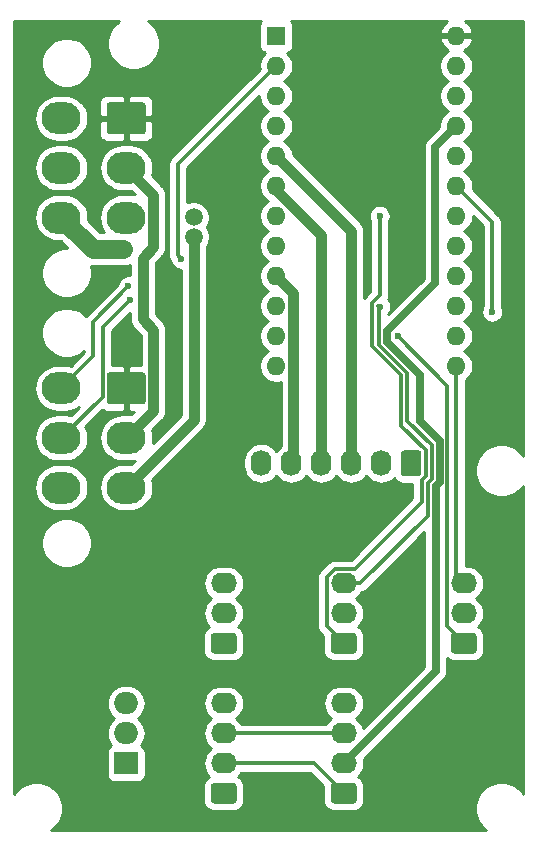
<source format=gbr>
G04 #@! TF.GenerationSoftware,KiCad,Pcbnew,(5.1.9)-1*
G04 #@! TF.CreationDate,2022-08-11T08:00:21-06:00*
G04 #@! TF.ProjectId,ddi_ampcd_controller,6464695f-616d-4706-9364-5f636f6e7472,1*
G04 #@! TF.SameCoordinates,Original*
G04 #@! TF.FileFunction,Copper,L2,Bot*
G04 #@! TF.FilePolarity,Positive*
%FSLAX46Y46*%
G04 Gerber Fmt 4.6, Leading zero omitted, Abs format (unit mm)*
G04 Created by KiCad (PCBNEW (5.1.9)-1) date 2022-08-11 08:00:21*
%MOMM*%
%LPD*%
G01*
G04 APERTURE LIST*
G04 #@! TA.AperFunction,ComponentPad*
%ADD10O,1.600000X1.600000*%
G04 #@! TD*
G04 #@! TA.AperFunction,ComponentPad*
%ADD11R,1.600000X1.600000*%
G04 #@! TD*
G04 #@! TA.AperFunction,ComponentPad*
%ADD12O,3.300000X2.700000*%
G04 #@! TD*
G04 #@! TA.AperFunction,ComponentPad*
%ADD13O,2.190000X1.740000*%
G04 #@! TD*
G04 #@! TA.AperFunction,ComponentPad*
%ADD14O,2.000000X1.905000*%
G04 #@! TD*
G04 #@! TA.AperFunction,ComponentPad*
%ADD15R,2.000000X1.905000*%
G04 #@! TD*
G04 #@! TA.AperFunction,ComponentPad*
%ADD16O,1.740000X2.190000*%
G04 #@! TD*
G04 #@! TA.AperFunction,ViaPad*
%ADD17C,1.500000*%
G04 #@! TD*
G04 #@! TA.AperFunction,ViaPad*
%ADD18C,0.600000*%
G04 #@! TD*
G04 #@! TA.AperFunction,Conductor*
%ADD19C,1.625600*%
G04 #@! TD*
G04 #@! TA.AperFunction,Conductor*
%ADD20C,0.635000*%
G04 #@! TD*
G04 #@! TA.AperFunction,Conductor*
%ADD21C,0.304800*%
G04 #@! TD*
G04 #@! TA.AperFunction,Conductor*
%ADD22C,0.914400*%
G04 #@! TD*
G04 #@! TA.AperFunction,Conductor*
%ADD23C,0.254000*%
G04 #@! TD*
G04 #@! TA.AperFunction,Conductor*
%ADD24C,0.100000*%
G04 #@! TD*
G04 APERTURE END LIST*
D10*
X169545000Y-56515000D03*
X154305000Y-84455000D03*
X169545000Y-59055000D03*
X154305000Y-81915000D03*
X169545000Y-61595000D03*
X154305000Y-79375000D03*
X169545000Y-64135000D03*
X154305000Y-76835000D03*
X169545000Y-66675000D03*
X154305000Y-74295000D03*
X169545000Y-69215000D03*
X154305000Y-71755000D03*
X169545000Y-71755000D03*
X154305000Y-69215000D03*
X169545000Y-74295000D03*
X154305000Y-66675000D03*
X169545000Y-76835000D03*
X154305000Y-64135000D03*
X169545000Y-79375000D03*
X154305000Y-61595000D03*
X169545000Y-81915000D03*
X154305000Y-59055000D03*
X169545000Y-84455000D03*
D11*
X154305000Y-56515000D03*
D12*
X136105000Y-94760000D03*
X136105000Y-90560000D03*
X136105000Y-86360000D03*
X141605000Y-94760000D03*
X141605000Y-90560000D03*
G04 #@! TA.AperFunction,ComponentPad*
G36*
G01*
X140205001Y-85010000D02*
X143004999Y-85010000D01*
G75*
G02*
X143255000Y-85260001I0J-250001D01*
G01*
X143255000Y-87459999D01*
G75*
G02*
X143004999Y-87710000I-250001J0D01*
G01*
X140205001Y-87710000D01*
G75*
G02*
X139955000Y-87459999I0J250001D01*
G01*
X139955000Y-85260001D01*
G75*
G02*
X140205001Y-85010000I250001J0D01*
G01*
G37*
G04 #@! TD.AperFunction*
X136105000Y-71900000D03*
X136105000Y-67700000D03*
X136105000Y-63500000D03*
X141605000Y-71900000D03*
X141605000Y-67700000D03*
G04 #@! TA.AperFunction,ComponentPad*
G36*
G01*
X140205001Y-62150000D02*
X143004999Y-62150000D01*
G75*
G02*
X143255000Y-62400001I0J-250001D01*
G01*
X143255000Y-64599999D01*
G75*
G02*
X143004999Y-64850000I-250001J0D01*
G01*
X140205001Y-64850000D01*
G75*
G02*
X139955000Y-64599999I0J250001D01*
G01*
X139955000Y-62400001D01*
G75*
G02*
X140205001Y-62150000I250001J0D01*
G01*
G37*
G04 #@! TD.AperFunction*
D13*
X149860000Y-102870000D03*
X149860000Y-105410000D03*
G04 #@! TA.AperFunction,ComponentPad*
G36*
G01*
X150705001Y-108820000D02*
X149014999Y-108820000D01*
G75*
G02*
X148765000Y-108570001I0J249999D01*
G01*
X148765000Y-107329999D01*
G75*
G02*
X149014999Y-107080000I249999J0D01*
G01*
X150705001Y-107080000D01*
G75*
G02*
X150955000Y-107329999I0J-249999D01*
G01*
X150955000Y-108570001D01*
G75*
G02*
X150705001Y-108820000I-249999J0D01*
G01*
G37*
G04 #@! TD.AperFunction*
X160020000Y-113030000D03*
X160020000Y-115570000D03*
X160020000Y-118110000D03*
G04 #@! TA.AperFunction,ComponentPad*
G36*
G01*
X160865001Y-121520000D02*
X159174999Y-121520000D01*
G75*
G02*
X158925000Y-121270001I0J249999D01*
G01*
X158925000Y-120029999D01*
G75*
G02*
X159174999Y-119780000I249999J0D01*
G01*
X160865001Y-119780000D01*
G75*
G02*
X161115000Y-120029999I0J-249999D01*
G01*
X161115000Y-121270001D01*
G75*
G02*
X160865001Y-121520000I-249999J0D01*
G01*
G37*
G04 #@! TD.AperFunction*
X149860000Y-113030000D03*
X149860000Y-115570000D03*
X149860000Y-118110000D03*
G04 #@! TA.AperFunction,ComponentPad*
G36*
G01*
X150705001Y-121520000D02*
X149014999Y-121520000D01*
G75*
G02*
X148765000Y-121270001I0J249999D01*
G01*
X148765000Y-120029999D01*
G75*
G02*
X149014999Y-119780000I249999J0D01*
G01*
X150705001Y-119780000D01*
G75*
G02*
X150955000Y-120029999I0J-249999D01*
G01*
X150955000Y-121270001D01*
G75*
G02*
X150705001Y-121520000I-249999J0D01*
G01*
G37*
G04 #@! TD.AperFunction*
D14*
X141605000Y-113030000D03*
X141605000Y-115570000D03*
D15*
X141605000Y-118110000D03*
D13*
X170180000Y-102870000D03*
X170180000Y-105410000D03*
G04 #@! TA.AperFunction,ComponentPad*
G36*
G01*
X171025001Y-108820000D02*
X169334999Y-108820000D01*
G75*
G02*
X169085000Y-108570001I0J249999D01*
G01*
X169085000Y-107329999D01*
G75*
G02*
X169334999Y-107080000I249999J0D01*
G01*
X171025001Y-107080000D01*
G75*
G02*
X171275000Y-107329999I0J-249999D01*
G01*
X171275000Y-108570001D01*
G75*
G02*
X171025001Y-108820000I-249999J0D01*
G01*
G37*
G04 #@! TD.AperFunction*
X160020000Y-102870000D03*
X160020000Y-105410000D03*
G04 #@! TA.AperFunction,ComponentPad*
G36*
G01*
X160865001Y-108820000D02*
X159174999Y-108820000D01*
G75*
G02*
X158925000Y-108570001I0J249999D01*
G01*
X158925000Y-107329999D01*
G75*
G02*
X159174999Y-107080000I249999J0D01*
G01*
X160865001Y-107080000D01*
G75*
G02*
X161115000Y-107329999I0J-249999D01*
G01*
X161115000Y-108570001D01*
G75*
G02*
X160865001Y-108820000I-249999J0D01*
G01*
G37*
G04 #@! TD.AperFunction*
D16*
X153035000Y-92710000D03*
X155575000Y-92710000D03*
X158115000Y-92710000D03*
X160655000Y-92710000D03*
X163195000Y-92710000D03*
G04 #@! TA.AperFunction,ComponentPad*
G36*
G01*
X166605000Y-91864999D02*
X166605000Y-93555001D01*
G75*
G02*
X166355001Y-93805000I-249999J0D01*
G01*
X165114999Y-93805000D01*
G75*
G02*
X164865000Y-93555001I0J249999D01*
G01*
X164865000Y-91864999D01*
G75*
G02*
X165114999Y-91615000I249999J0D01*
G01*
X166355001Y-91615000D01*
G75*
G02*
X166605000Y-91864999I0J-249999D01*
G01*
G37*
G04 #@! TD.AperFunction*
D17*
X141351000Y-74549000D03*
D18*
X166497000Y-89154000D03*
X172593000Y-79883000D03*
D17*
X140716000Y-103251000D03*
X147320000Y-71882000D03*
X147320000Y-73533000D03*
D18*
X141790790Y-77738729D03*
X141917790Y-78875803D03*
X163068000Y-71755000D03*
X163085410Y-79438500D03*
X146257258Y-75396094D03*
X164592000Y-81915000D03*
D19*
X138754000Y-74549000D02*
X141351000Y-74549000D01*
X136105000Y-71900000D02*
X138754000Y-74549000D01*
D20*
X167801911Y-110328089D02*
X160020000Y-118110000D01*
X168132131Y-94291115D02*
X167801911Y-94621335D01*
X168132131Y-90789131D02*
X168132131Y-94291115D01*
X167801911Y-94621335D02*
X167801911Y-110328089D01*
X166497000Y-89154000D02*
X168132131Y-90789131D01*
X167767000Y-77470000D02*
X167767000Y-65913000D01*
X163703000Y-81534000D02*
X167767000Y-77470000D01*
X166497000Y-85206694D02*
X163703000Y-82412694D01*
X166497000Y-89154000D02*
X166497000Y-85206694D01*
X167767000Y-65913000D02*
X169545000Y-64135000D01*
X163703000Y-82412694D02*
X163703000Y-81534000D01*
D21*
X172593000Y-72263000D02*
X169545000Y-69215000D01*
X172593000Y-79883000D02*
X172593000Y-72263000D01*
X157480000Y-118110000D02*
X160020000Y-120650000D01*
X149860000Y-118110000D02*
X157480000Y-118110000D01*
X149860000Y-115570000D02*
X160020000Y-115570000D01*
D22*
X141605000Y-67700000D02*
X143912210Y-70007210D01*
X143912210Y-88252790D02*
X141605000Y-90560000D01*
X143912210Y-81428210D02*
X143912210Y-88252790D01*
X143002000Y-75291342D02*
X143002000Y-80518000D01*
X143912210Y-70007210D02*
X143912210Y-74381132D01*
X143912210Y-74381132D02*
X143002000Y-75291342D01*
X143002000Y-80518000D02*
X143912210Y-81428210D01*
X141605000Y-94760000D02*
X147320000Y-89045000D01*
X147320000Y-89045000D02*
X147320000Y-73533000D01*
D21*
X136105000Y-86360000D02*
X138811000Y-83654000D01*
X138811000Y-83654000D02*
X138811000Y-80718519D01*
X138811000Y-80718519D02*
X141790790Y-77738729D01*
X139602590Y-87062410D02*
X139602590Y-81191003D01*
X139602590Y-81191003D02*
X141917790Y-78875803D01*
X136105000Y-90560000D02*
X139602590Y-87062410D01*
D22*
X158115000Y-73408342D02*
X158115000Y-92710000D01*
X154305000Y-69598342D02*
X158115000Y-73408342D01*
X154305000Y-69215000D02*
X154305000Y-69598342D01*
X154305000Y-66675000D02*
X160655000Y-73025000D01*
X160655000Y-73025000D02*
X160655000Y-92710000D01*
D21*
X169545000Y-102235000D02*
X170180000Y-102870000D01*
X169545000Y-84455000D02*
X169545000Y-102235000D01*
D22*
X155762201Y-92522799D02*
X155575000Y-92710000D01*
X155762201Y-78292201D02*
X155762201Y-92522799D01*
X154305000Y-76835000D02*
X155762201Y-78292201D01*
D21*
X159288662Y-101647590D02*
X160956590Y-101647590D01*
X158572590Y-102363662D02*
X159288662Y-101647590D01*
X158572590Y-106502590D02*
X158572590Y-102363662D01*
X160020000Y-107950000D02*
X158572590Y-106502590D01*
X160956590Y-101647590D02*
X166624000Y-95980180D01*
X166957410Y-91615470D02*
X164876940Y-89535000D01*
X166957410Y-93804530D02*
X166957410Y-91615470D01*
X166624000Y-94137940D02*
X166957410Y-93804530D01*
X166624000Y-95980180D02*
X166624000Y-94137940D01*
X164876940Y-89535000D02*
X164876940Y-85247940D01*
X162433009Y-79125347D02*
X163068000Y-78490356D01*
X162433009Y-82804007D02*
X162433009Y-79125347D01*
X164876940Y-85247940D02*
X162433009Y-82804007D01*
X163068000Y-78490356D02*
X163068000Y-71755000D01*
X163004500Y-79519410D02*
X163085410Y-79438500D01*
X167132000Y-94343850D02*
X167462221Y-94013629D01*
X163004500Y-82661590D02*
X163004500Y-79519410D01*
X165381750Y-85038840D02*
X163004500Y-82661590D01*
X165381751Y-89102841D02*
X165381750Y-85038840D01*
X163004500Y-79438500D02*
X163085410Y-79438500D01*
X167462221Y-91183311D02*
X165381751Y-89102841D01*
X162941000Y-79375000D02*
X163004500Y-79438500D01*
X160020000Y-102870000D02*
X161419800Y-102870000D01*
X161419800Y-102870000D02*
X167132000Y-97157800D01*
X167462221Y-94013629D02*
X167462221Y-91183311D01*
X167132000Y-97157800D02*
X167132000Y-94343850D01*
X154305000Y-59055000D02*
X145957259Y-67402741D01*
X145957259Y-67402741D02*
X145957259Y-75096095D01*
X145957259Y-75096095D02*
X146257258Y-75396094D01*
X168732590Y-94638052D02*
X168802041Y-94568601D01*
X168802041Y-86125041D02*
X164592000Y-81915000D01*
X168802041Y-94568601D02*
X168802041Y-86125041D01*
X168732590Y-106502590D02*
X168732590Y-94638052D01*
X170180000Y-107950000D02*
X168732590Y-106502590D01*
D23*
X140815271Y-55413962D02*
X140503962Y-55725271D01*
X140259369Y-56091331D01*
X140090890Y-56498075D01*
X140005000Y-56929872D01*
X140005000Y-57370128D01*
X140090890Y-57801925D01*
X140259369Y-58208669D01*
X140503962Y-58574729D01*
X140815271Y-58886038D01*
X141181331Y-59130631D01*
X141588075Y-59299110D01*
X142019872Y-59385000D01*
X142460128Y-59385000D01*
X142891925Y-59299110D01*
X143298669Y-59130631D01*
X143664729Y-58886038D01*
X143976038Y-58574729D01*
X144220631Y-58208669D01*
X144389110Y-57801925D01*
X144475000Y-57370128D01*
X144475000Y-56929872D01*
X144389110Y-56498075D01*
X144220631Y-56091331D01*
X143976038Y-55725271D01*
X143664729Y-55413962D01*
X143486689Y-55295000D01*
X153028222Y-55295000D01*
X152974463Y-55360506D01*
X152915498Y-55470820D01*
X152879188Y-55590518D01*
X152866928Y-55715000D01*
X152866928Y-57315000D01*
X152879188Y-57439482D01*
X152915498Y-57559180D01*
X152974463Y-57669494D01*
X153053815Y-57766185D01*
X153150506Y-57845537D01*
X153260820Y-57904502D01*
X153380518Y-57940812D01*
X153388961Y-57941643D01*
X153190363Y-58140241D01*
X153033320Y-58375273D01*
X152925147Y-58636426D01*
X152870000Y-58913665D01*
X152870000Y-59196335D01*
X152899883Y-59346565D01*
X145427837Y-66818613D01*
X145397790Y-66843272D01*
X145299393Y-66963170D01*
X145226277Y-67099959D01*
X145181253Y-67248385D01*
X145169859Y-67364069D01*
X145169859Y-67364078D01*
X145166051Y-67402741D01*
X145169859Y-67441404D01*
X145169860Y-75057422D01*
X145166051Y-75096095D01*
X145181254Y-75250452D01*
X145226277Y-75398877D01*
X145257627Y-75457528D01*
X145299394Y-75535667D01*
X145342040Y-75587631D01*
X145358190Y-75668823D01*
X145428672Y-75838983D01*
X145530996Y-75992122D01*
X145661230Y-76122356D01*
X145814369Y-76224680D01*
X145984529Y-76295162D01*
X146165169Y-76331094D01*
X146227801Y-76331094D01*
X146227800Y-88592596D01*
X143856928Y-90963469D01*
X143861278Y-90949128D01*
X143899604Y-90560000D01*
X143861278Y-90170872D01*
X143786207Y-89923396D01*
X144646579Y-89063025D01*
X144688248Y-89028828D01*
X144752220Y-88950879D01*
X144824735Y-88862519D01*
X144926153Y-88672779D01*
X144988606Y-88466899D01*
X144992463Y-88427738D01*
X145004410Y-88306439D01*
X145004410Y-88306431D01*
X145009693Y-88252790D01*
X145004410Y-88199149D01*
X145004410Y-81481848D01*
X145009693Y-81428209D01*
X145004410Y-81374570D01*
X145004410Y-81374561D01*
X144988606Y-81214101D01*
X144926153Y-81008221D01*
X144824735Y-80818481D01*
X144688248Y-80652172D01*
X144646578Y-80617974D01*
X144094200Y-80065597D01*
X144094200Y-75743745D01*
X144646578Y-75191368D01*
X144688248Y-75157170D01*
X144824735Y-74990861D01*
X144926153Y-74801121D01*
X144988606Y-74595241D01*
X145004410Y-74434781D01*
X145004410Y-74434772D01*
X145009693Y-74381133D01*
X145004410Y-74327494D01*
X145004410Y-70060851D01*
X145009693Y-70007210D01*
X145004410Y-69953569D01*
X145004410Y-69953561D01*
X144988606Y-69793101D01*
X144926153Y-69587221D01*
X144824735Y-69397481D01*
X144688248Y-69231172D01*
X144646579Y-69196975D01*
X143786207Y-68336604D01*
X143861278Y-68089128D01*
X143899604Y-67700000D01*
X143861278Y-67310872D01*
X143747774Y-66936698D01*
X143563453Y-66591857D01*
X143315398Y-66289602D01*
X143013143Y-66041547D01*
X142668302Y-65857226D01*
X142294128Y-65743722D01*
X142002510Y-65715000D01*
X141207490Y-65715000D01*
X140915872Y-65743722D01*
X140541698Y-65857226D01*
X140196857Y-66041547D01*
X139894602Y-66289602D01*
X139646547Y-66591857D01*
X139462226Y-66936698D01*
X139348722Y-67310872D01*
X139310396Y-67700000D01*
X139348722Y-68089128D01*
X139462226Y-68463302D01*
X139646547Y-68808143D01*
X139894602Y-69110398D01*
X140196857Y-69358453D01*
X140541698Y-69542774D01*
X140915872Y-69656278D01*
X141207490Y-69685000D01*
X142002510Y-69685000D01*
X142041551Y-69681155D01*
X142308468Y-69948072D01*
X142294128Y-69943722D01*
X142002510Y-69915000D01*
X141207490Y-69915000D01*
X140915872Y-69943722D01*
X140541698Y-70057226D01*
X140196857Y-70241547D01*
X139894602Y-70489602D01*
X139646547Y-70791857D01*
X139462226Y-71136698D01*
X139348722Y-71510872D01*
X139310396Y-71900000D01*
X139348722Y-72289128D01*
X139462226Y-72663302D01*
X139646547Y-73008143D01*
X139722917Y-73101200D01*
X139353699Y-73101200D01*
X138377448Y-72124950D01*
X138399604Y-71900000D01*
X138361278Y-71510872D01*
X138247774Y-71136698D01*
X138063453Y-70791857D01*
X137815398Y-70489602D01*
X137513143Y-70241547D01*
X137168302Y-70057226D01*
X136794128Y-69943722D01*
X136502510Y-69915000D01*
X135707490Y-69915000D01*
X135415872Y-69943722D01*
X135041698Y-70057226D01*
X134696857Y-70241547D01*
X134394602Y-70489602D01*
X134146547Y-70791857D01*
X133962226Y-71136698D01*
X133848722Y-71510872D01*
X133810396Y-71900000D01*
X133848722Y-72289128D01*
X133962226Y-72663302D01*
X134146547Y-73008143D01*
X134394602Y-73310398D01*
X134696857Y-73558453D01*
X135041698Y-73742774D01*
X135415872Y-73856278D01*
X135707490Y-73885000D01*
X136042502Y-73885000D01*
X136622501Y-74465000D01*
X136354721Y-74465000D01*
X135942244Y-74547047D01*
X135553698Y-74707988D01*
X135204017Y-74941637D01*
X134906637Y-75239017D01*
X134672988Y-75588698D01*
X134512047Y-75977244D01*
X134430000Y-76389721D01*
X134430000Y-76810279D01*
X134512047Y-77222756D01*
X134672988Y-77611302D01*
X134906637Y-77960983D01*
X135204017Y-78258363D01*
X135553698Y-78492012D01*
X135942244Y-78652953D01*
X136354721Y-78735000D01*
X136775279Y-78735000D01*
X137187756Y-78652953D01*
X137576302Y-78492012D01*
X137925983Y-78258363D01*
X138223363Y-77960983D01*
X138457012Y-77611302D01*
X138617953Y-77222756D01*
X138700000Y-76810279D01*
X138700000Y-76389721D01*
X138620623Y-75990668D01*
X138682878Y-75996800D01*
X138682885Y-75996800D01*
X138754000Y-76003804D01*
X138825114Y-75996800D01*
X141422122Y-75996800D01*
X141634818Y-75975851D01*
X141907730Y-75893065D01*
X141909800Y-75891958D01*
X141909800Y-76809084D01*
X141882879Y-76803729D01*
X141698701Y-76803729D01*
X141518061Y-76839661D01*
X141347901Y-76910143D01*
X141194762Y-77012467D01*
X141064528Y-77142701D01*
X140962204Y-77295840D01*
X140891722Y-77466000D01*
X140877259Y-77538708D01*
X138281573Y-80134396D01*
X138251532Y-80159050D01*
X138176570Y-80250392D01*
X138175744Y-80251398D01*
X137925983Y-80001637D01*
X137576302Y-79767988D01*
X137187756Y-79607047D01*
X136775279Y-79525000D01*
X136354721Y-79525000D01*
X135942244Y-79607047D01*
X135553698Y-79767988D01*
X135204017Y-80001637D01*
X134906637Y-80299017D01*
X134672988Y-80648698D01*
X134512047Y-81037244D01*
X134430000Y-81449721D01*
X134430000Y-81870279D01*
X134512047Y-82282756D01*
X134672988Y-82671302D01*
X134906637Y-83020983D01*
X135204017Y-83318363D01*
X135553698Y-83552012D01*
X135942244Y-83712953D01*
X136354721Y-83795000D01*
X136775279Y-83795000D01*
X137187756Y-83712953D01*
X137576302Y-83552012D01*
X137925983Y-83318363D01*
X138023600Y-83220746D01*
X138023600Y-83327849D01*
X136911978Y-84439471D01*
X136794128Y-84403722D01*
X136502510Y-84375000D01*
X135707490Y-84375000D01*
X135415872Y-84403722D01*
X135041698Y-84517226D01*
X134696857Y-84701547D01*
X134394602Y-84949602D01*
X134146547Y-85251857D01*
X133962226Y-85596698D01*
X133848722Y-85970872D01*
X133810396Y-86360000D01*
X133848722Y-86749128D01*
X133962226Y-87123302D01*
X134146547Y-87468143D01*
X134394602Y-87770398D01*
X134696857Y-88018453D01*
X135041698Y-88202774D01*
X135415872Y-88316278D01*
X135707490Y-88345000D01*
X136502510Y-88345000D01*
X136794128Y-88316278D01*
X137168302Y-88202774D01*
X137513143Y-88018453D01*
X137623855Y-87927593D01*
X136911978Y-88639471D01*
X136794128Y-88603722D01*
X136502510Y-88575000D01*
X135707490Y-88575000D01*
X135415872Y-88603722D01*
X135041698Y-88717226D01*
X134696857Y-88901547D01*
X134394602Y-89149602D01*
X134146547Y-89451857D01*
X133962226Y-89796698D01*
X133848722Y-90170872D01*
X133810396Y-90560000D01*
X133848722Y-90949128D01*
X133962226Y-91323302D01*
X134146547Y-91668143D01*
X134394602Y-91970398D01*
X134696857Y-92218453D01*
X135041698Y-92402774D01*
X135415872Y-92516278D01*
X135707490Y-92545000D01*
X136502510Y-92545000D01*
X136794128Y-92516278D01*
X137168302Y-92402774D01*
X137513143Y-92218453D01*
X137815398Y-91970398D01*
X138063453Y-91668143D01*
X138247774Y-91323302D01*
X138361278Y-90949128D01*
X138399604Y-90560000D01*
X138361278Y-90170872D01*
X138247774Y-89796698D01*
X138155147Y-89623404D01*
X139566183Y-88212369D01*
X139600506Y-88240537D01*
X139710820Y-88299502D01*
X139830518Y-88335812D01*
X139955000Y-88348072D01*
X141319250Y-88345000D01*
X141478000Y-88186250D01*
X141478000Y-86487000D01*
X141458000Y-86487000D01*
X141458000Y-86233000D01*
X141478000Y-86233000D01*
X141478000Y-84533750D01*
X141319250Y-84375000D01*
X140389990Y-84372908D01*
X140389990Y-81517153D01*
X141909801Y-79997344D01*
X141909801Y-80464349D01*
X141904517Y-80518000D01*
X141925604Y-80732109D01*
X141988057Y-80937988D01*
X142025597Y-81008220D01*
X142089476Y-81127729D01*
X142139545Y-81188738D01*
X142177736Y-81235273D01*
X142225963Y-81294038D01*
X142267632Y-81328235D01*
X142820010Y-81880614D01*
X142820010Y-84372908D01*
X141890750Y-84375000D01*
X141732000Y-84533750D01*
X141732000Y-86233000D01*
X141752000Y-86233000D01*
X141752000Y-86487000D01*
X141732000Y-86487000D01*
X141732000Y-88186250D01*
X141890750Y-88345000D01*
X142274532Y-88345864D01*
X142041551Y-88578845D01*
X142002510Y-88575000D01*
X141207490Y-88575000D01*
X140915872Y-88603722D01*
X140541698Y-88717226D01*
X140196857Y-88901547D01*
X139894602Y-89149602D01*
X139646547Y-89451857D01*
X139462226Y-89796698D01*
X139348722Y-90170872D01*
X139310396Y-90560000D01*
X139348722Y-90949128D01*
X139462226Y-91323302D01*
X139646547Y-91668143D01*
X139894602Y-91970398D01*
X140196857Y-92218453D01*
X140541698Y-92402774D01*
X140915872Y-92516278D01*
X141207490Y-92545000D01*
X142002510Y-92545000D01*
X142294128Y-92516278D01*
X142308469Y-92511928D01*
X142041552Y-92778845D01*
X142002510Y-92775000D01*
X141207490Y-92775000D01*
X140915872Y-92803722D01*
X140541698Y-92917226D01*
X140196857Y-93101547D01*
X139894602Y-93349602D01*
X139646547Y-93651857D01*
X139462226Y-93996698D01*
X139348722Y-94370872D01*
X139310396Y-94760000D01*
X139348722Y-95149128D01*
X139462226Y-95523302D01*
X139646547Y-95868143D01*
X139894602Y-96170398D01*
X140196857Y-96418453D01*
X140541698Y-96602774D01*
X140915872Y-96716278D01*
X141207490Y-96745000D01*
X142002510Y-96745000D01*
X142294128Y-96716278D01*
X142668302Y-96602774D01*
X143013143Y-96418453D01*
X143315398Y-96170398D01*
X143563453Y-95868143D01*
X143747774Y-95523302D01*
X143861278Y-95149128D01*
X143899604Y-94760000D01*
X143861278Y-94370872D01*
X143786207Y-94123396D01*
X148054369Y-89855235D01*
X148096038Y-89821038D01*
X148145552Y-89760706D01*
X148232525Y-89654729D01*
X148333943Y-89464989D01*
X148396396Y-89259109D01*
X148397678Y-89246089D01*
X148412200Y-89098649D01*
X148412200Y-89098641D01*
X148417483Y-89045000D01*
X148412200Y-88991359D01*
X148412200Y-74391340D01*
X148547371Y-74189043D01*
X148651775Y-73936989D01*
X148705000Y-73669411D01*
X148705000Y-73396589D01*
X148651775Y-73129011D01*
X148547371Y-72876957D01*
X148434143Y-72707500D01*
X148547371Y-72538043D01*
X148651775Y-72285989D01*
X148705000Y-72018411D01*
X148705000Y-71745589D01*
X148651775Y-71478011D01*
X148547371Y-71225957D01*
X148395799Y-70999114D01*
X148202886Y-70806201D01*
X147976043Y-70654629D01*
X147723989Y-70550225D01*
X147456411Y-70497000D01*
X147183589Y-70497000D01*
X146916011Y-70550225D01*
X146744659Y-70621201D01*
X146744659Y-67728891D01*
X152870000Y-61603552D01*
X152870000Y-61736335D01*
X152925147Y-62013574D01*
X153033320Y-62274727D01*
X153190363Y-62509759D01*
X153390241Y-62709637D01*
X153622759Y-62865000D01*
X153390241Y-63020363D01*
X153190363Y-63220241D01*
X153033320Y-63455273D01*
X152925147Y-63716426D01*
X152870000Y-63993665D01*
X152870000Y-64276335D01*
X152925147Y-64553574D01*
X153033320Y-64814727D01*
X153190363Y-65049759D01*
X153390241Y-65249637D01*
X153622759Y-65405000D01*
X153390241Y-65560363D01*
X153190363Y-65760241D01*
X153033320Y-65995273D01*
X152925147Y-66256426D01*
X152870000Y-66533665D01*
X152870000Y-66816335D01*
X152925147Y-67093574D01*
X153033320Y-67354727D01*
X153190363Y-67589759D01*
X153390241Y-67789637D01*
X153622759Y-67945000D01*
X153390241Y-68100363D01*
X153190363Y-68300241D01*
X153033320Y-68535273D01*
X152925147Y-68796426D01*
X152870000Y-69073665D01*
X152870000Y-69356335D01*
X152925147Y-69633574D01*
X153033320Y-69894727D01*
X153190363Y-70129759D01*
X153390241Y-70329637D01*
X153622759Y-70485000D01*
X153390241Y-70640363D01*
X153190363Y-70840241D01*
X153033320Y-71075273D01*
X152925147Y-71336426D01*
X152870000Y-71613665D01*
X152870000Y-71896335D01*
X152925147Y-72173574D01*
X153033320Y-72434727D01*
X153190363Y-72669759D01*
X153390241Y-72869637D01*
X153622759Y-73025000D01*
X153390241Y-73180363D01*
X153190363Y-73380241D01*
X153033320Y-73615273D01*
X152925147Y-73876426D01*
X152870000Y-74153665D01*
X152870000Y-74436335D01*
X152925147Y-74713574D01*
X153033320Y-74974727D01*
X153190363Y-75209759D01*
X153390241Y-75409637D01*
X153622759Y-75565000D01*
X153390241Y-75720363D01*
X153190363Y-75920241D01*
X153033320Y-76155273D01*
X152925147Y-76416426D01*
X152870000Y-76693665D01*
X152870000Y-76976335D01*
X152925147Y-77253574D01*
X153033320Y-77514727D01*
X153190363Y-77749759D01*
X153390241Y-77949637D01*
X153622759Y-78105000D01*
X153390241Y-78260363D01*
X153190363Y-78460241D01*
X153033320Y-78695273D01*
X152925147Y-78956426D01*
X152870000Y-79233665D01*
X152870000Y-79516335D01*
X152925147Y-79793574D01*
X153033320Y-80054727D01*
X153190363Y-80289759D01*
X153390241Y-80489637D01*
X153622759Y-80645000D01*
X153390241Y-80800363D01*
X153190363Y-81000241D01*
X153033320Y-81235273D01*
X152925147Y-81496426D01*
X152870000Y-81773665D01*
X152870000Y-82056335D01*
X152925147Y-82333574D01*
X153033320Y-82594727D01*
X153190363Y-82829759D01*
X153390241Y-83029637D01*
X153622759Y-83185000D01*
X153390241Y-83340363D01*
X153190363Y-83540241D01*
X153033320Y-83775273D01*
X152925147Y-84036426D01*
X152870000Y-84313665D01*
X152870000Y-84596335D01*
X152925147Y-84873574D01*
X153033320Y-85134727D01*
X153190363Y-85369759D01*
X153390241Y-85569637D01*
X153625273Y-85726680D01*
X153886426Y-85834853D01*
X154163665Y-85890000D01*
X154446335Y-85890000D01*
X154670002Y-85845509D01*
X154670002Y-91280779D01*
X154505655Y-91415655D01*
X154317583Y-91644821D01*
X154305000Y-91668362D01*
X154292417Y-91644821D01*
X154104345Y-91415655D01*
X153875179Y-91227583D01*
X153613725Y-91087834D01*
X153330032Y-91001776D01*
X153035000Y-90972718D01*
X152739969Y-91001776D01*
X152456276Y-91087834D01*
X152194822Y-91227583D01*
X151965655Y-91415655D01*
X151777583Y-91644821D01*
X151637834Y-91906275D01*
X151551776Y-92189968D01*
X151530000Y-92411064D01*
X151530000Y-93008935D01*
X151551776Y-93230031D01*
X151637834Y-93513724D01*
X151777583Y-93775178D01*
X151965655Y-94004345D01*
X152194821Y-94192417D01*
X152456275Y-94332166D01*
X152739968Y-94418224D01*
X153035000Y-94447282D01*
X153330031Y-94418224D01*
X153613724Y-94332166D01*
X153875178Y-94192417D01*
X154104345Y-94004345D01*
X154292417Y-93775179D01*
X154305000Y-93751637D01*
X154317583Y-93775178D01*
X154505655Y-94004345D01*
X154734821Y-94192417D01*
X154996275Y-94332166D01*
X155279968Y-94418224D01*
X155575000Y-94447282D01*
X155870031Y-94418224D01*
X156153724Y-94332166D01*
X156415178Y-94192417D01*
X156644345Y-94004345D01*
X156832417Y-93775179D01*
X156845000Y-93751637D01*
X156857583Y-93775178D01*
X157045655Y-94004345D01*
X157274821Y-94192417D01*
X157536275Y-94332166D01*
X157819968Y-94418224D01*
X158115000Y-94447282D01*
X158410031Y-94418224D01*
X158693724Y-94332166D01*
X158955178Y-94192417D01*
X159184345Y-94004345D01*
X159372417Y-93775179D01*
X159385000Y-93751637D01*
X159397583Y-93775178D01*
X159585655Y-94004345D01*
X159814821Y-94192417D01*
X160076275Y-94332166D01*
X160359968Y-94418224D01*
X160655000Y-94447282D01*
X160950031Y-94418224D01*
X161233724Y-94332166D01*
X161495178Y-94192417D01*
X161724345Y-94004345D01*
X161912417Y-93775179D01*
X161925000Y-93751637D01*
X161937583Y-93775178D01*
X162125655Y-94004345D01*
X162354821Y-94192417D01*
X162616275Y-94332166D01*
X162899968Y-94418224D01*
X163195000Y-94447282D01*
X163490031Y-94418224D01*
X163773724Y-94332166D01*
X164035178Y-94192417D01*
X164264345Y-94004345D01*
X164318066Y-93938886D01*
X164376595Y-94048387D01*
X164487038Y-94182962D01*
X164621613Y-94293405D01*
X164775149Y-94375472D01*
X164941745Y-94426008D01*
X165114999Y-94443072D01*
X165836601Y-94443072D01*
X165836600Y-95654029D01*
X160630440Y-100860190D01*
X159327327Y-100860190D01*
X159288662Y-100856382D01*
X159249997Y-100860190D01*
X159249989Y-100860190D01*
X159134305Y-100871584D01*
X158985879Y-100916608D01*
X158849089Y-100989724D01*
X158759232Y-101063468D01*
X158759229Y-101063471D01*
X158729193Y-101088121D01*
X158704543Y-101118157D01*
X158043162Y-101779539D01*
X158013122Y-101804193D01*
X157988469Y-101834233D01*
X157914725Y-101924090D01*
X157841608Y-102060880D01*
X157796585Y-102209305D01*
X157781382Y-102363662D01*
X157785191Y-102402335D01*
X157785190Y-106463927D01*
X157781382Y-106502590D01*
X157785190Y-106541253D01*
X157785190Y-106541262D01*
X157796584Y-106656946D01*
X157841608Y-106805372D01*
X157914724Y-106942161D01*
X158013121Y-107062059D01*
X158043168Y-107086718D01*
X158286928Y-107330478D01*
X158286928Y-108570001D01*
X158303992Y-108743255D01*
X158354528Y-108909851D01*
X158436595Y-109063387D01*
X158547038Y-109197962D01*
X158681613Y-109308405D01*
X158835149Y-109390472D01*
X159001745Y-109441008D01*
X159174999Y-109458072D01*
X160865001Y-109458072D01*
X161038255Y-109441008D01*
X161204851Y-109390472D01*
X161358387Y-109308405D01*
X161492962Y-109197962D01*
X161603405Y-109063387D01*
X161685472Y-108909851D01*
X161736008Y-108743255D01*
X161753072Y-108570001D01*
X161753072Y-107329999D01*
X161736008Y-107156745D01*
X161685472Y-106990149D01*
X161603405Y-106836613D01*
X161492962Y-106702038D01*
X161358387Y-106591595D01*
X161248886Y-106533066D01*
X161314345Y-106479345D01*
X161502417Y-106250179D01*
X161642166Y-105988725D01*
X161728224Y-105705032D01*
X161757282Y-105410000D01*
X161728224Y-105114968D01*
X161642166Y-104831275D01*
X161502417Y-104569821D01*
X161314345Y-104340655D01*
X161085179Y-104152583D01*
X161061638Y-104140000D01*
X161085179Y-104127417D01*
X161314345Y-103939345D01*
X161502417Y-103710179D01*
X161534637Y-103649898D01*
X161574157Y-103646006D01*
X161722583Y-103600982D01*
X161859372Y-103527866D01*
X161979269Y-103429469D01*
X162003928Y-103399422D01*
X166849411Y-98553940D01*
X166849412Y-109933549D01*
X161676966Y-115105995D01*
X161642166Y-114991275D01*
X161502417Y-114729821D01*
X161314345Y-114500655D01*
X161085179Y-114312583D01*
X161061638Y-114300000D01*
X161085179Y-114287417D01*
X161314345Y-114099345D01*
X161502417Y-113870179D01*
X161642166Y-113608725D01*
X161728224Y-113325032D01*
X161757282Y-113030000D01*
X161728224Y-112734968D01*
X161642166Y-112451275D01*
X161502417Y-112189821D01*
X161314345Y-111960655D01*
X161085179Y-111772583D01*
X160823725Y-111632834D01*
X160540032Y-111546776D01*
X160318936Y-111525000D01*
X159721064Y-111525000D01*
X159499968Y-111546776D01*
X159216275Y-111632834D01*
X158954821Y-111772583D01*
X158725655Y-111960655D01*
X158537583Y-112189821D01*
X158397834Y-112451275D01*
X158311776Y-112734968D01*
X158282718Y-113030000D01*
X158311776Y-113325032D01*
X158397834Y-113608725D01*
X158537583Y-113870179D01*
X158725655Y-114099345D01*
X158954821Y-114287417D01*
X158978362Y-114300000D01*
X158954821Y-114312583D01*
X158725655Y-114500655D01*
X158537583Y-114729821D01*
X158509372Y-114782600D01*
X151370628Y-114782600D01*
X151342417Y-114729821D01*
X151154345Y-114500655D01*
X150925179Y-114312583D01*
X150901638Y-114300000D01*
X150925179Y-114287417D01*
X151154345Y-114099345D01*
X151342417Y-113870179D01*
X151482166Y-113608725D01*
X151568224Y-113325032D01*
X151597282Y-113030000D01*
X151568224Y-112734968D01*
X151482166Y-112451275D01*
X151342417Y-112189821D01*
X151154345Y-111960655D01*
X150925179Y-111772583D01*
X150663725Y-111632834D01*
X150380032Y-111546776D01*
X150158936Y-111525000D01*
X149561064Y-111525000D01*
X149339968Y-111546776D01*
X149056275Y-111632834D01*
X148794821Y-111772583D01*
X148565655Y-111960655D01*
X148377583Y-112189821D01*
X148237834Y-112451275D01*
X148151776Y-112734968D01*
X148122718Y-113030000D01*
X148151776Y-113325032D01*
X148237834Y-113608725D01*
X148377583Y-113870179D01*
X148565655Y-114099345D01*
X148794821Y-114287417D01*
X148818362Y-114300000D01*
X148794821Y-114312583D01*
X148565655Y-114500655D01*
X148377583Y-114729821D01*
X148237834Y-114991275D01*
X148151776Y-115274968D01*
X148122718Y-115570000D01*
X148151776Y-115865032D01*
X148237834Y-116148725D01*
X148377583Y-116410179D01*
X148565655Y-116639345D01*
X148794821Y-116827417D01*
X148818362Y-116840000D01*
X148794821Y-116852583D01*
X148565655Y-117040655D01*
X148377583Y-117269821D01*
X148237834Y-117531275D01*
X148151776Y-117814968D01*
X148122718Y-118110000D01*
X148151776Y-118405032D01*
X148237834Y-118688725D01*
X148377583Y-118950179D01*
X148565655Y-119179345D01*
X148631114Y-119233066D01*
X148521613Y-119291595D01*
X148387038Y-119402038D01*
X148276595Y-119536613D01*
X148194528Y-119690149D01*
X148143992Y-119856745D01*
X148126928Y-120029999D01*
X148126928Y-121270001D01*
X148143992Y-121443255D01*
X148194528Y-121609851D01*
X148276595Y-121763387D01*
X148387038Y-121897962D01*
X148521613Y-122008405D01*
X148675149Y-122090472D01*
X148841745Y-122141008D01*
X149014999Y-122158072D01*
X150705001Y-122158072D01*
X150878255Y-122141008D01*
X151044851Y-122090472D01*
X151198387Y-122008405D01*
X151332962Y-121897962D01*
X151443405Y-121763387D01*
X151525472Y-121609851D01*
X151576008Y-121443255D01*
X151593072Y-121270001D01*
X151593072Y-120029999D01*
X151576008Y-119856745D01*
X151525472Y-119690149D01*
X151443405Y-119536613D01*
X151332962Y-119402038D01*
X151198387Y-119291595D01*
X151088886Y-119233066D01*
X151154345Y-119179345D01*
X151342417Y-118950179D01*
X151370628Y-118897400D01*
X157153850Y-118897400D01*
X158286928Y-120030479D01*
X158286928Y-121270001D01*
X158303992Y-121443255D01*
X158354528Y-121609851D01*
X158436595Y-121763387D01*
X158547038Y-121897962D01*
X158681613Y-122008405D01*
X158835149Y-122090472D01*
X159001745Y-122141008D01*
X159174999Y-122158072D01*
X160865001Y-122158072D01*
X161038255Y-122141008D01*
X161204851Y-122090472D01*
X161358387Y-122008405D01*
X161492962Y-121897962D01*
X161603405Y-121763387D01*
X161685472Y-121609851D01*
X161736008Y-121443255D01*
X161753072Y-121270001D01*
X161753072Y-120029999D01*
X161736008Y-119856745D01*
X161685472Y-119690149D01*
X161603405Y-119536613D01*
X161492962Y-119402038D01*
X161358387Y-119291595D01*
X161248886Y-119233066D01*
X161314345Y-119179345D01*
X161502417Y-118950179D01*
X161642166Y-118688725D01*
X161728224Y-118405032D01*
X161757282Y-118110000D01*
X161728224Y-117814968D01*
X161712827Y-117764211D01*
X168442347Y-111034692D01*
X168478689Y-111004867D01*
X168597717Y-110859830D01*
X168686163Y-110694358D01*
X168740628Y-110514812D01*
X168754411Y-110374874D01*
X168759019Y-110328090D01*
X168754411Y-110281305D01*
X168754411Y-109236840D01*
X168841613Y-109308405D01*
X168995149Y-109390472D01*
X169161745Y-109441008D01*
X169334999Y-109458072D01*
X171025001Y-109458072D01*
X171198255Y-109441008D01*
X171364851Y-109390472D01*
X171518387Y-109308405D01*
X171652962Y-109197962D01*
X171763405Y-109063387D01*
X171845472Y-108909851D01*
X171896008Y-108743255D01*
X171913072Y-108570001D01*
X171913072Y-107329999D01*
X171896008Y-107156745D01*
X171845472Y-106990149D01*
X171763405Y-106836613D01*
X171652962Y-106702038D01*
X171518387Y-106591595D01*
X171408886Y-106533066D01*
X171474345Y-106479345D01*
X171662417Y-106250179D01*
X171802166Y-105988725D01*
X171888224Y-105705032D01*
X171917282Y-105410000D01*
X171888224Y-105114968D01*
X171802166Y-104831275D01*
X171662417Y-104569821D01*
X171474345Y-104340655D01*
X171245179Y-104152583D01*
X171221638Y-104140000D01*
X171245179Y-104127417D01*
X171474345Y-103939345D01*
X171662417Y-103710179D01*
X171802166Y-103448725D01*
X171888224Y-103165032D01*
X171917282Y-102870000D01*
X171888224Y-102574968D01*
X171802166Y-102291275D01*
X171662417Y-102029821D01*
X171474345Y-101800655D01*
X171245179Y-101612583D01*
X170983725Y-101472834D01*
X170700032Y-101386776D01*
X170478936Y-101365000D01*
X170332400Y-101365000D01*
X170332400Y-85654735D01*
X170459759Y-85569637D01*
X170659637Y-85369759D01*
X170816680Y-85134727D01*
X170924853Y-84873574D01*
X170980000Y-84596335D01*
X170980000Y-84313665D01*
X170924853Y-84036426D01*
X170816680Y-83775273D01*
X170659637Y-83540241D01*
X170459759Y-83340363D01*
X170227241Y-83185000D01*
X170459759Y-83029637D01*
X170659637Y-82829759D01*
X170816680Y-82594727D01*
X170924853Y-82333574D01*
X170980000Y-82056335D01*
X170980000Y-81773665D01*
X170924853Y-81496426D01*
X170816680Y-81235273D01*
X170659637Y-81000241D01*
X170459759Y-80800363D01*
X170227241Y-80645000D01*
X170459759Y-80489637D01*
X170659637Y-80289759D01*
X170816680Y-80054727D01*
X170924853Y-79793574D01*
X170980000Y-79516335D01*
X170980000Y-79233665D01*
X170924853Y-78956426D01*
X170816680Y-78695273D01*
X170659637Y-78460241D01*
X170459759Y-78260363D01*
X170227241Y-78105000D01*
X170459759Y-77949637D01*
X170659637Y-77749759D01*
X170816680Y-77514727D01*
X170924853Y-77253574D01*
X170980000Y-76976335D01*
X170980000Y-76693665D01*
X170924853Y-76416426D01*
X170816680Y-76155273D01*
X170659637Y-75920241D01*
X170459759Y-75720363D01*
X170227241Y-75565000D01*
X170459759Y-75409637D01*
X170659637Y-75209759D01*
X170816680Y-74974727D01*
X170924853Y-74713574D01*
X170980000Y-74436335D01*
X170980000Y-74153665D01*
X170924853Y-73876426D01*
X170816680Y-73615273D01*
X170659637Y-73380241D01*
X170459759Y-73180363D01*
X170227241Y-73025000D01*
X170459759Y-72869637D01*
X170659637Y-72669759D01*
X170816680Y-72434727D01*
X170924853Y-72173574D01*
X170980000Y-71896335D01*
X170980000Y-71763551D01*
X171805601Y-72589152D01*
X171805600Y-79378472D01*
X171764414Y-79440111D01*
X171693932Y-79610271D01*
X171658000Y-79790911D01*
X171658000Y-79975089D01*
X171693932Y-80155729D01*
X171764414Y-80325889D01*
X171866738Y-80479028D01*
X171996972Y-80609262D01*
X172150111Y-80711586D01*
X172320271Y-80782068D01*
X172500911Y-80818000D01*
X172685089Y-80818000D01*
X172865729Y-80782068D01*
X173035889Y-80711586D01*
X173189028Y-80609262D01*
X173319262Y-80479028D01*
X173421586Y-80325889D01*
X173492068Y-80155729D01*
X173528000Y-79975089D01*
X173528000Y-79790911D01*
X173492068Y-79610271D01*
X173421586Y-79440111D01*
X173380400Y-79378472D01*
X173380400Y-72301663D01*
X173384208Y-72263000D01*
X173380400Y-72224337D01*
X173380400Y-72224327D01*
X173369006Y-72108643D01*
X173323982Y-71960217D01*
X173289836Y-71896335D01*
X173250866Y-71823427D01*
X173177121Y-71733570D01*
X173152469Y-71703531D01*
X173122428Y-71678877D01*
X170950117Y-69506566D01*
X170980000Y-69356335D01*
X170980000Y-69073665D01*
X170924853Y-68796426D01*
X170816680Y-68535273D01*
X170659637Y-68300241D01*
X170459759Y-68100363D01*
X170227241Y-67945000D01*
X170459759Y-67789637D01*
X170659637Y-67589759D01*
X170816680Y-67354727D01*
X170924853Y-67093574D01*
X170980000Y-66816335D01*
X170980000Y-66533665D01*
X170924853Y-66256426D01*
X170816680Y-65995273D01*
X170659637Y-65760241D01*
X170459759Y-65560363D01*
X170227241Y-65405000D01*
X170459759Y-65249637D01*
X170659637Y-65049759D01*
X170816680Y-64814727D01*
X170924853Y-64553574D01*
X170980000Y-64276335D01*
X170980000Y-63993665D01*
X170924853Y-63716426D01*
X170816680Y-63455273D01*
X170659637Y-63220241D01*
X170459759Y-63020363D01*
X170227241Y-62865000D01*
X170459759Y-62709637D01*
X170659637Y-62509759D01*
X170816680Y-62274727D01*
X170924853Y-62013574D01*
X170980000Y-61736335D01*
X170980000Y-61453665D01*
X170924853Y-61176426D01*
X170816680Y-60915273D01*
X170659637Y-60680241D01*
X170459759Y-60480363D01*
X170227241Y-60325000D01*
X170459759Y-60169637D01*
X170659637Y-59969759D01*
X170816680Y-59734727D01*
X170924853Y-59473574D01*
X170980000Y-59196335D01*
X170980000Y-58913665D01*
X170924853Y-58636426D01*
X170816680Y-58375273D01*
X170659637Y-58140241D01*
X170459759Y-57940363D01*
X170224727Y-57783320D01*
X170214135Y-57778933D01*
X170400131Y-57667385D01*
X170608519Y-57478414D01*
X170776037Y-57252420D01*
X170896246Y-56998087D01*
X170936904Y-56864039D01*
X170814915Y-56642000D01*
X169672000Y-56642000D01*
X169672000Y-56662000D01*
X169418000Y-56662000D01*
X169418000Y-56642000D01*
X168275085Y-56642000D01*
X168153096Y-56864039D01*
X168193754Y-56998087D01*
X168313963Y-57252420D01*
X168481481Y-57478414D01*
X168689869Y-57667385D01*
X168875865Y-57778933D01*
X168865273Y-57783320D01*
X168630241Y-57940363D01*
X168430363Y-58140241D01*
X168273320Y-58375273D01*
X168165147Y-58636426D01*
X168110000Y-58913665D01*
X168110000Y-59196335D01*
X168165147Y-59473574D01*
X168273320Y-59734727D01*
X168430363Y-59969759D01*
X168630241Y-60169637D01*
X168862759Y-60325000D01*
X168630241Y-60480363D01*
X168430363Y-60680241D01*
X168273320Y-60915273D01*
X168165147Y-61176426D01*
X168110000Y-61453665D01*
X168110000Y-61736335D01*
X168165147Y-62013574D01*
X168273320Y-62274727D01*
X168430363Y-62509759D01*
X168630241Y-62709637D01*
X168862759Y-62865000D01*
X168630241Y-63020363D01*
X168430363Y-63220241D01*
X168273320Y-63455273D01*
X168165147Y-63716426D01*
X168110000Y-63993665D01*
X168110000Y-64222961D01*
X167126564Y-65206398D01*
X167090223Y-65236222D01*
X167060399Y-65272563D01*
X166971194Y-65381260D01*
X166882749Y-65546731D01*
X166828283Y-65726278D01*
X166809892Y-65913000D01*
X166814501Y-65959795D01*
X166814500Y-77075461D01*
X163791900Y-80098062D01*
X163791900Y-80054300D01*
X163811672Y-80034528D01*
X163913996Y-79881389D01*
X163984478Y-79711229D01*
X164020410Y-79530589D01*
X164020410Y-79346411D01*
X163984478Y-79165771D01*
X163913996Y-78995611D01*
X163811672Y-78842472D01*
X163786218Y-78817018D01*
X163798982Y-78793139D01*
X163822037Y-78717135D01*
X163844006Y-78644713D01*
X163855400Y-78529029D01*
X163855400Y-78529019D01*
X163859208Y-78490356D01*
X163855400Y-78451693D01*
X163855400Y-72259528D01*
X163896586Y-72197889D01*
X163967068Y-72027729D01*
X164003000Y-71847089D01*
X164003000Y-71662911D01*
X163967068Y-71482271D01*
X163896586Y-71312111D01*
X163794262Y-71158972D01*
X163664028Y-71028738D01*
X163510889Y-70926414D01*
X163340729Y-70855932D01*
X163160089Y-70820000D01*
X162975911Y-70820000D01*
X162795271Y-70855932D01*
X162625111Y-70926414D01*
X162471972Y-71028738D01*
X162341738Y-71158972D01*
X162239414Y-71312111D01*
X162168932Y-71482271D01*
X162133000Y-71662911D01*
X162133000Y-71847089D01*
X162168932Y-72027729D01*
X162239414Y-72197889D01*
X162280601Y-72259530D01*
X162280600Y-78164205D01*
X161903582Y-78541224D01*
X161873541Y-78565878D01*
X161848888Y-78595918D01*
X161775144Y-78685775D01*
X161747200Y-78738054D01*
X161747200Y-73078641D01*
X161752483Y-73024999D01*
X161747200Y-72971358D01*
X161747200Y-72971351D01*
X161731396Y-72810891D01*
X161668943Y-72605011D01*
X161567525Y-72415271D01*
X161431038Y-72248962D01*
X161389369Y-72214765D01*
X155740000Y-66565397D01*
X155740000Y-66533665D01*
X155684853Y-66256426D01*
X155576680Y-65995273D01*
X155419637Y-65760241D01*
X155219759Y-65560363D01*
X154987241Y-65405000D01*
X155219759Y-65249637D01*
X155419637Y-65049759D01*
X155576680Y-64814727D01*
X155684853Y-64553574D01*
X155740000Y-64276335D01*
X155740000Y-63993665D01*
X155684853Y-63716426D01*
X155576680Y-63455273D01*
X155419637Y-63220241D01*
X155219759Y-63020363D01*
X154987241Y-62865000D01*
X155219759Y-62709637D01*
X155419637Y-62509759D01*
X155576680Y-62274727D01*
X155684853Y-62013574D01*
X155740000Y-61736335D01*
X155740000Y-61453665D01*
X155684853Y-61176426D01*
X155576680Y-60915273D01*
X155419637Y-60680241D01*
X155219759Y-60480363D01*
X154987241Y-60325000D01*
X155219759Y-60169637D01*
X155419637Y-59969759D01*
X155576680Y-59734727D01*
X155684853Y-59473574D01*
X155740000Y-59196335D01*
X155740000Y-58913665D01*
X155684853Y-58636426D01*
X155576680Y-58375273D01*
X155419637Y-58140241D01*
X155221039Y-57941643D01*
X155229482Y-57940812D01*
X155349180Y-57904502D01*
X155459494Y-57845537D01*
X155556185Y-57766185D01*
X155635537Y-57669494D01*
X155694502Y-57559180D01*
X155730812Y-57439482D01*
X155743072Y-57315000D01*
X155743072Y-55715000D01*
X155730812Y-55590518D01*
X155694502Y-55470820D01*
X155635537Y-55360506D01*
X155581778Y-55295000D01*
X168802611Y-55295000D01*
X168689869Y-55362615D01*
X168481481Y-55551586D01*
X168313963Y-55777580D01*
X168193754Y-56031913D01*
X168153096Y-56165961D01*
X168275085Y-56388000D01*
X169418000Y-56388000D01*
X169418000Y-56368000D01*
X169672000Y-56368000D01*
X169672000Y-56388000D01*
X170814915Y-56388000D01*
X170936904Y-56165961D01*
X170896246Y-56031913D01*
X170776037Y-55777580D01*
X170608519Y-55551586D01*
X170400131Y-55362615D01*
X170287389Y-55295000D01*
X175210000Y-55295000D01*
X175210001Y-92098311D01*
X175091038Y-91920271D01*
X174779729Y-91608962D01*
X174413669Y-91364369D01*
X174006925Y-91195890D01*
X173575128Y-91110000D01*
X173134872Y-91110000D01*
X172703075Y-91195890D01*
X172296331Y-91364369D01*
X171930271Y-91608962D01*
X171618962Y-91920271D01*
X171374369Y-92286331D01*
X171205890Y-92693075D01*
X171120000Y-93124872D01*
X171120000Y-93565128D01*
X171205890Y-93996925D01*
X171374369Y-94403669D01*
X171618962Y-94769729D01*
X171930271Y-95081038D01*
X172296331Y-95325631D01*
X172703075Y-95494110D01*
X173134872Y-95580000D01*
X173575128Y-95580000D01*
X174006925Y-95494110D01*
X174413669Y-95325631D01*
X174779729Y-95081038D01*
X175091038Y-94769729D01*
X175210001Y-94591689D01*
X175210001Y-120673312D01*
X175091038Y-120495271D01*
X174779729Y-120183962D01*
X174413669Y-119939369D01*
X174006925Y-119770890D01*
X173575128Y-119685000D01*
X173134872Y-119685000D01*
X172703075Y-119770890D01*
X172296331Y-119939369D01*
X171930271Y-120183962D01*
X171618962Y-120495271D01*
X171374369Y-120861331D01*
X171205890Y-121268075D01*
X171120000Y-121699872D01*
X171120000Y-122140128D01*
X171205890Y-122571925D01*
X171374369Y-122978669D01*
X171618962Y-123344729D01*
X171930271Y-123656038D01*
X172108311Y-123775000D01*
X135231689Y-123775000D01*
X135409729Y-123656038D01*
X135721038Y-123344729D01*
X135965631Y-122978669D01*
X136134110Y-122571925D01*
X136220000Y-122140128D01*
X136220000Y-121699872D01*
X136134110Y-121268075D01*
X135965631Y-120861331D01*
X135721038Y-120495271D01*
X135409729Y-120183962D01*
X135043669Y-119939369D01*
X134636925Y-119770890D01*
X134205128Y-119685000D01*
X133764872Y-119685000D01*
X133333075Y-119770890D01*
X132926331Y-119939369D01*
X132560271Y-120183962D01*
X132248962Y-120495271D01*
X132130000Y-120673311D01*
X132130000Y-113030000D01*
X139962319Y-113030000D01*
X139992970Y-113341204D01*
X140083745Y-113640449D01*
X140231155Y-113916235D01*
X140429537Y-114157963D01*
X140602609Y-114300000D01*
X140429537Y-114442037D01*
X140231155Y-114683765D01*
X140083745Y-114959551D01*
X139992970Y-115258796D01*
X139962319Y-115570000D01*
X139992970Y-115881204D01*
X140083745Y-116180449D01*
X140231155Y-116456235D01*
X140334446Y-116582095D01*
X140250506Y-116626963D01*
X140153815Y-116706315D01*
X140074463Y-116803006D01*
X140015498Y-116913320D01*
X139979188Y-117033018D01*
X139966928Y-117157500D01*
X139966928Y-119062500D01*
X139979188Y-119186982D01*
X140015498Y-119306680D01*
X140074463Y-119416994D01*
X140153815Y-119513685D01*
X140250506Y-119593037D01*
X140360820Y-119652002D01*
X140480518Y-119688312D01*
X140605000Y-119700572D01*
X142605000Y-119700572D01*
X142729482Y-119688312D01*
X142849180Y-119652002D01*
X142959494Y-119593037D01*
X143056185Y-119513685D01*
X143135537Y-119416994D01*
X143194502Y-119306680D01*
X143230812Y-119186982D01*
X143243072Y-119062500D01*
X143243072Y-117157500D01*
X143230812Y-117033018D01*
X143194502Y-116913320D01*
X143135537Y-116803006D01*
X143056185Y-116706315D01*
X142959494Y-116626963D01*
X142875554Y-116582095D01*
X142978845Y-116456235D01*
X143126255Y-116180449D01*
X143217030Y-115881204D01*
X143247681Y-115570000D01*
X143217030Y-115258796D01*
X143126255Y-114959551D01*
X142978845Y-114683765D01*
X142780463Y-114442037D01*
X142607391Y-114300000D01*
X142780463Y-114157963D01*
X142978845Y-113916235D01*
X143126255Y-113640449D01*
X143217030Y-113341204D01*
X143247681Y-113030000D01*
X143217030Y-112718796D01*
X143126255Y-112419551D01*
X142978845Y-112143765D01*
X142780463Y-111902037D01*
X142538735Y-111703655D01*
X142262949Y-111556245D01*
X141963704Y-111465470D01*
X141730486Y-111442500D01*
X141479514Y-111442500D01*
X141246296Y-111465470D01*
X140947051Y-111556245D01*
X140671265Y-111703655D01*
X140429537Y-111902037D01*
X140231155Y-112143765D01*
X140083745Y-112419551D01*
X139992970Y-112718796D01*
X139962319Y-113030000D01*
X132130000Y-113030000D01*
X132130000Y-102870000D01*
X148122718Y-102870000D01*
X148151776Y-103165032D01*
X148237834Y-103448725D01*
X148377583Y-103710179D01*
X148565655Y-103939345D01*
X148794821Y-104127417D01*
X148818362Y-104140000D01*
X148794821Y-104152583D01*
X148565655Y-104340655D01*
X148377583Y-104569821D01*
X148237834Y-104831275D01*
X148151776Y-105114968D01*
X148122718Y-105410000D01*
X148151776Y-105705032D01*
X148237834Y-105988725D01*
X148377583Y-106250179D01*
X148565655Y-106479345D01*
X148631114Y-106533066D01*
X148521613Y-106591595D01*
X148387038Y-106702038D01*
X148276595Y-106836613D01*
X148194528Y-106990149D01*
X148143992Y-107156745D01*
X148126928Y-107329999D01*
X148126928Y-108570001D01*
X148143992Y-108743255D01*
X148194528Y-108909851D01*
X148276595Y-109063387D01*
X148387038Y-109197962D01*
X148521613Y-109308405D01*
X148675149Y-109390472D01*
X148841745Y-109441008D01*
X149014999Y-109458072D01*
X150705001Y-109458072D01*
X150878255Y-109441008D01*
X151044851Y-109390472D01*
X151198387Y-109308405D01*
X151332962Y-109197962D01*
X151443405Y-109063387D01*
X151525472Y-108909851D01*
X151576008Y-108743255D01*
X151593072Y-108570001D01*
X151593072Y-107329999D01*
X151576008Y-107156745D01*
X151525472Y-106990149D01*
X151443405Y-106836613D01*
X151332962Y-106702038D01*
X151198387Y-106591595D01*
X151088886Y-106533066D01*
X151154345Y-106479345D01*
X151342417Y-106250179D01*
X151482166Y-105988725D01*
X151568224Y-105705032D01*
X151597282Y-105410000D01*
X151568224Y-105114968D01*
X151482166Y-104831275D01*
X151342417Y-104569821D01*
X151154345Y-104340655D01*
X150925179Y-104152583D01*
X150901638Y-104140000D01*
X150925179Y-104127417D01*
X151154345Y-103939345D01*
X151342417Y-103710179D01*
X151482166Y-103448725D01*
X151568224Y-103165032D01*
X151597282Y-102870000D01*
X151568224Y-102574968D01*
X151482166Y-102291275D01*
X151342417Y-102029821D01*
X151154345Y-101800655D01*
X150925179Y-101612583D01*
X150663725Y-101472834D01*
X150380032Y-101386776D01*
X150158936Y-101365000D01*
X149561064Y-101365000D01*
X149339968Y-101386776D01*
X149056275Y-101472834D01*
X148794821Y-101612583D01*
X148565655Y-101800655D01*
X148377583Y-102029821D01*
X148237834Y-102291275D01*
X148151776Y-102574968D01*
X148122718Y-102870000D01*
X132130000Y-102870000D01*
X132130000Y-99249721D01*
X134430000Y-99249721D01*
X134430000Y-99670279D01*
X134512047Y-100082756D01*
X134672988Y-100471302D01*
X134906637Y-100820983D01*
X135204017Y-101118363D01*
X135553698Y-101352012D01*
X135942244Y-101512953D01*
X136354721Y-101595000D01*
X136775279Y-101595000D01*
X137187756Y-101512953D01*
X137576302Y-101352012D01*
X137925983Y-101118363D01*
X138223363Y-100820983D01*
X138457012Y-100471302D01*
X138617953Y-100082756D01*
X138700000Y-99670279D01*
X138700000Y-99249721D01*
X138617953Y-98837244D01*
X138457012Y-98448698D01*
X138223363Y-98099017D01*
X137925983Y-97801637D01*
X137576302Y-97567988D01*
X137187756Y-97407047D01*
X136775279Y-97325000D01*
X136354721Y-97325000D01*
X135942244Y-97407047D01*
X135553698Y-97567988D01*
X135204017Y-97801637D01*
X134906637Y-98099017D01*
X134672988Y-98448698D01*
X134512047Y-98837244D01*
X134430000Y-99249721D01*
X132130000Y-99249721D01*
X132130000Y-94760000D01*
X133810396Y-94760000D01*
X133848722Y-95149128D01*
X133962226Y-95523302D01*
X134146547Y-95868143D01*
X134394602Y-96170398D01*
X134696857Y-96418453D01*
X135041698Y-96602774D01*
X135415872Y-96716278D01*
X135707490Y-96745000D01*
X136502510Y-96745000D01*
X136794128Y-96716278D01*
X137168302Y-96602774D01*
X137513143Y-96418453D01*
X137815398Y-96170398D01*
X138063453Y-95868143D01*
X138247774Y-95523302D01*
X138361278Y-95149128D01*
X138399604Y-94760000D01*
X138361278Y-94370872D01*
X138247774Y-93996698D01*
X138063453Y-93651857D01*
X137815398Y-93349602D01*
X137513143Y-93101547D01*
X137168302Y-92917226D01*
X136794128Y-92803722D01*
X136502510Y-92775000D01*
X135707490Y-92775000D01*
X135415872Y-92803722D01*
X135041698Y-92917226D01*
X134696857Y-93101547D01*
X134394602Y-93349602D01*
X134146547Y-93651857D01*
X133962226Y-93996698D01*
X133848722Y-94370872D01*
X133810396Y-94760000D01*
X132130000Y-94760000D01*
X132130000Y-67700000D01*
X133810396Y-67700000D01*
X133848722Y-68089128D01*
X133962226Y-68463302D01*
X134146547Y-68808143D01*
X134394602Y-69110398D01*
X134696857Y-69358453D01*
X135041698Y-69542774D01*
X135415872Y-69656278D01*
X135707490Y-69685000D01*
X136502510Y-69685000D01*
X136794128Y-69656278D01*
X137168302Y-69542774D01*
X137513143Y-69358453D01*
X137815398Y-69110398D01*
X138063453Y-68808143D01*
X138247774Y-68463302D01*
X138361278Y-68089128D01*
X138399604Y-67700000D01*
X138361278Y-67310872D01*
X138247774Y-66936698D01*
X138063453Y-66591857D01*
X137815398Y-66289602D01*
X137513143Y-66041547D01*
X137168302Y-65857226D01*
X136794128Y-65743722D01*
X136502510Y-65715000D01*
X135707490Y-65715000D01*
X135415872Y-65743722D01*
X135041698Y-65857226D01*
X134696857Y-66041547D01*
X134394602Y-66289602D01*
X134146547Y-66591857D01*
X133962226Y-66936698D01*
X133848722Y-67310872D01*
X133810396Y-67700000D01*
X132130000Y-67700000D01*
X132130000Y-63500000D01*
X133810396Y-63500000D01*
X133848722Y-63889128D01*
X133962226Y-64263302D01*
X134146547Y-64608143D01*
X134394602Y-64910398D01*
X134696857Y-65158453D01*
X135041698Y-65342774D01*
X135415872Y-65456278D01*
X135707490Y-65485000D01*
X136502510Y-65485000D01*
X136794128Y-65456278D01*
X137168302Y-65342774D01*
X137513143Y-65158453D01*
X137815398Y-64910398D01*
X137864965Y-64850000D01*
X139316928Y-64850000D01*
X139329188Y-64974482D01*
X139365498Y-65094180D01*
X139424463Y-65204494D01*
X139503815Y-65301185D01*
X139600506Y-65380537D01*
X139710820Y-65439502D01*
X139830518Y-65475812D01*
X139955000Y-65488072D01*
X141319250Y-65485000D01*
X141478000Y-65326250D01*
X141478000Y-63627000D01*
X141732000Y-63627000D01*
X141732000Y-65326250D01*
X141890750Y-65485000D01*
X143255000Y-65488072D01*
X143379482Y-65475812D01*
X143499180Y-65439502D01*
X143609494Y-65380537D01*
X143706185Y-65301185D01*
X143785537Y-65204494D01*
X143844502Y-65094180D01*
X143880812Y-64974482D01*
X143893072Y-64850000D01*
X143890000Y-63785750D01*
X143731250Y-63627000D01*
X141732000Y-63627000D01*
X141478000Y-63627000D01*
X139478750Y-63627000D01*
X139320000Y-63785750D01*
X139316928Y-64850000D01*
X137864965Y-64850000D01*
X138063453Y-64608143D01*
X138247774Y-64263302D01*
X138361278Y-63889128D01*
X138399604Y-63500000D01*
X138361278Y-63110872D01*
X138247774Y-62736698D01*
X138063453Y-62391857D01*
X137864966Y-62150000D01*
X139316928Y-62150000D01*
X139320000Y-63214250D01*
X139478750Y-63373000D01*
X141478000Y-63373000D01*
X141478000Y-61673750D01*
X141732000Y-61673750D01*
X141732000Y-63373000D01*
X143731250Y-63373000D01*
X143890000Y-63214250D01*
X143893072Y-62150000D01*
X143880812Y-62025518D01*
X143844502Y-61905820D01*
X143785537Y-61795506D01*
X143706185Y-61698815D01*
X143609494Y-61619463D01*
X143499180Y-61560498D01*
X143379482Y-61524188D01*
X143255000Y-61511928D01*
X141890750Y-61515000D01*
X141732000Y-61673750D01*
X141478000Y-61673750D01*
X141319250Y-61515000D01*
X139955000Y-61511928D01*
X139830518Y-61524188D01*
X139710820Y-61560498D01*
X139600506Y-61619463D01*
X139503815Y-61698815D01*
X139424463Y-61795506D01*
X139365498Y-61905820D01*
X139329188Y-62025518D01*
X139316928Y-62150000D01*
X137864966Y-62150000D01*
X137815398Y-62089602D01*
X137513143Y-61841547D01*
X137168302Y-61657226D01*
X136794128Y-61543722D01*
X136502510Y-61515000D01*
X135707490Y-61515000D01*
X135415872Y-61543722D01*
X135041698Y-61657226D01*
X134696857Y-61841547D01*
X134394602Y-62089602D01*
X134146547Y-62391857D01*
X133962226Y-62736698D01*
X133848722Y-63110872D01*
X133810396Y-63500000D01*
X132130000Y-63500000D01*
X132130000Y-58589721D01*
X134430000Y-58589721D01*
X134430000Y-59010279D01*
X134512047Y-59422756D01*
X134672988Y-59811302D01*
X134906637Y-60160983D01*
X135204017Y-60458363D01*
X135553698Y-60692012D01*
X135942244Y-60852953D01*
X136354721Y-60935000D01*
X136775279Y-60935000D01*
X137187756Y-60852953D01*
X137576302Y-60692012D01*
X137925983Y-60458363D01*
X138223363Y-60160983D01*
X138457012Y-59811302D01*
X138617953Y-59422756D01*
X138700000Y-59010279D01*
X138700000Y-58589721D01*
X138617953Y-58177244D01*
X138457012Y-57788698D01*
X138223363Y-57439017D01*
X137925983Y-57141637D01*
X137576302Y-56907988D01*
X137187756Y-56747047D01*
X136775279Y-56665000D01*
X136354721Y-56665000D01*
X135942244Y-56747047D01*
X135553698Y-56907988D01*
X135204017Y-57141637D01*
X134906637Y-57439017D01*
X134672988Y-57788698D01*
X134512047Y-58177244D01*
X134430000Y-58589721D01*
X132130000Y-58589721D01*
X132130000Y-55295000D01*
X140993311Y-55295000D01*
X140815271Y-55413962D01*
G04 #@! TA.AperFunction,Conductor*
D24*
G36*
X140815271Y-55413962D02*
G01*
X140503962Y-55725271D01*
X140259369Y-56091331D01*
X140090890Y-56498075D01*
X140005000Y-56929872D01*
X140005000Y-57370128D01*
X140090890Y-57801925D01*
X140259369Y-58208669D01*
X140503962Y-58574729D01*
X140815271Y-58886038D01*
X141181331Y-59130631D01*
X141588075Y-59299110D01*
X142019872Y-59385000D01*
X142460128Y-59385000D01*
X142891925Y-59299110D01*
X143298669Y-59130631D01*
X143664729Y-58886038D01*
X143976038Y-58574729D01*
X144220631Y-58208669D01*
X144389110Y-57801925D01*
X144475000Y-57370128D01*
X144475000Y-56929872D01*
X144389110Y-56498075D01*
X144220631Y-56091331D01*
X143976038Y-55725271D01*
X143664729Y-55413962D01*
X143486689Y-55295000D01*
X153028222Y-55295000D01*
X152974463Y-55360506D01*
X152915498Y-55470820D01*
X152879188Y-55590518D01*
X152866928Y-55715000D01*
X152866928Y-57315000D01*
X152879188Y-57439482D01*
X152915498Y-57559180D01*
X152974463Y-57669494D01*
X153053815Y-57766185D01*
X153150506Y-57845537D01*
X153260820Y-57904502D01*
X153380518Y-57940812D01*
X153388961Y-57941643D01*
X153190363Y-58140241D01*
X153033320Y-58375273D01*
X152925147Y-58636426D01*
X152870000Y-58913665D01*
X152870000Y-59196335D01*
X152899883Y-59346565D01*
X145427837Y-66818613D01*
X145397790Y-66843272D01*
X145299393Y-66963170D01*
X145226277Y-67099959D01*
X145181253Y-67248385D01*
X145169859Y-67364069D01*
X145169859Y-67364078D01*
X145166051Y-67402741D01*
X145169859Y-67441404D01*
X145169860Y-75057422D01*
X145166051Y-75096095D01*
X145181254Y-75250452D01*
X145226277Y-75398877D01*
X145257627Y-75457528D01*
X145299394Y-75535667D01*
X145342040Y-75587631D01*
X145358190Y-75668823D01*
X145428672Y-75838983D01*
X145530996Y-75992122D01*
X145661230Y-76122356D01*
X145814369Y-76224680D01*
X145984529Y-76295162D01*
X146165169Y-76331094D01*
X146227801Y-76331094D01*
X146227800Y-88592596D01*
X143856928Y-90963469D01*
X143861278Y-90949128D01*
X143899604Y-90560000D01*
X143861278Y-90170872D01*
X143786207Y-89923396D01*
X144646579Y-89063025D01*
X144688248Y-89028828D01*
X144752220Y-88950879D01*
X144824735Y-88862519D01*
X144926153Y-88672779D01*
X144988606Y-88466899D01*
X144992463Y-88427738D01*
X145004410Y-88306439D01*
X145004410Y-88306431D01*
X145009693Y-88252790D01*
X145004410Y-88199149D01*
X145004410Y-81481848D01*
X145009693Y-81428209D01*
X145004410Y-81374570D01*
X145004410Y-81374561D01*
X144988606Y-81214101D01*
X144926153Y-81008221D01*
X144824735Y-80818481D01*
X144688248Y-80652172D01*
X144646578Y-80617974D01*
X144094200Y-80065597D01*
X144094200Y-75743745D01*
X144646578Y-75191368D01*
X144688248Y-75157170D01*
X144824735Y-74990861D01*
X144926153Y-74801121D01*
X144988606Y-74595241D01*
X145004410Y-74434781D01*
X145004410Y-74434772D01*
X145009693Y-74381133D01*
X145004410Y-74327494D01*
X145004410Y-70060851D01*
X145009693Y-70007210D01*
X145004410Y-69953569D01*
X145004410Y-69953561D01*
X144988606Y-69793101D01*
X144926153Y-69587221D01*
X144824735Y-69397481D01*
X144688248Y-69231172D01*
X144646579Y-69196975D01*
X143786207Y-68336604D01*
X143861278Y-68089128D01*
X143899604Y-67700000D01*
X143861278Y-67310872D01*
X143747774Y-66936698D01*
X143563453Y-66591857D01*
X143315398Y-66289602D01*
X143013143Y-66041547D01*
X142668302Y-65857226D01*
X142294128Y-65743722D01*
X142002510Y-65715000D01*
X141207490Y-65715000D01*
X140915872Y-65743722D01*
X140541698Y-65857226D01*
X140196857Y-66041547D01*
X139894602Y-66289602D01*
X139646547Y-66591857D01*
X139462226Y-66936698D01*
X139348722Y-67310872D01*
X139310396Y-67700000D01*
X139348722Y-68089128D01*
X139462226Y-68463302D01*
X139646547Y-68808143D01*
X139894602Y-69110398D01*
X140196857Y-69358453D01*
X140541698Y-69542774D01*
X140915872Y-69656278D01*
X141207490Y-69685000D01*
X142002510Y-69685000D01*
X142041551Y-69681155D01*
X142308468Y-69948072D01*
X142294128Y-69943722D01*
X142002510Y-69915000D01*
X141207490Y-69915000D01*
X140915872Y-69943722D01*
X140541698Y-70057226D01*
X140196857Y-70241547D01*
X139894602Y-70489602D01*
X139646547Y-70791857D01*
X139462226Y-71136698D01*
X139348722Y-71510872D01*
X139310396Y-71900000D01*
X139348722Y-72289128D01*
X139462226Y-72663302D01*
X139646547Y-73008143D01*
X139722917Y-73101200D01*
X139353699Y-73101200D01*
X138377448Y-72124950D01*
X138399604Y-71900000D01*
X138361278Y-71510872D01*
X138247774Y-71136698D01*
X138063453Y-70791857D01*
X137815398Y-70489602D01*
X137513143Y-70241547D01*
X137168302Y-70057226D01*
X136794128Y-69943722D01*
X136502510Y-69915000D01*
X135707490Y-69915000D01*
X135415872Y-69943722D01*
X135041698Y-70057226D01*
X134696857Y-70241547D01*
X134394602Y-70489602D01*
X134146547Y-70791857D01*
X133962226Y-71136698D01*
X133848722Y-71510872D01*
X133810396Y-71900000D01*
X133848722Y-72289128D01*
X133962226Y-72663302D01*
X134146547Y-73008143D01*
X134394602Y-73310398D01*
X134696857Y-73558453D01*
X135041698Y-73742774D01*
X135415872Y-73856278D01*
X135707490Y-73885000D01*
X136042502Y-73885000D01*
X136622501Y-74465000D01*
X136354721Y-74465000D01*
X135942244Y-74547047D01*
X135553698Y-74707988D01*
X135204017Y-74941637D01*
X134906637Y-75239017D01*
X134672988Y-75588698D01*
X134512047Y-75977244D01*
X134430000Y-76389721D01*
X134430000Y-76810279D01*
X134512047Y-77222756D01*
X134672988Y-77611302D01*
X134906637Y-77960983D01*
X135204017Y-78258363D01*
X135553698Y-78492012D01*
X135942244Y-78652953D01*
X136354721Y-78735000D01*
X136775279Y-78735000D01*
X137187756Y-78652953D01*
X137576302Y-78492012D01*
X137925983Y-78258363D01*
X138223363Y-77960983D01*
X138457012Y-77611302D01*
X138617953Y-77222756D01*
X138700000Y-76810279D01*
X138700000Y-76389721D01*
X138620623Y-75990668D01*
X138682878Y-75996800D01*
X138682885Y-75996800D01*
X138754000Y-76003804D01*
X138825114Y-75996800D01*
X141422122Y-75996800D01*
X141634818Y-75975851D01*
X141907730Y-75893065D01*
X141909800Y-75891958D01*
X141909800Y-76809084D01*
X141882879Y-76803729D01*
X141698701Y-76803729D01*
X141518061Y-76839661D01*
X141347901Y-76910143D01*
X141194762Y-77012467D01*
X141064528Y-77142701D01*
X140962204Y-77295840D01*
X140891722Y-77466000D01*
X140877259Y-77538708D01*
X138281573Y-80134396D01*
X138251532Y-80159050D01*
X138176570Y-80250392D01*
X138175744Y-80251398D01*
X137925983Y-80001637D01*
X137576302Y-79767988D01*
X137187756Y-79607047D01*
X136775279Y-79525000D01*
X136354721Y-79525000D01*
X135942244Y-79607047D01*
X135553698Y-79767988D01*
X135204017Y-80001637D01*
X134906637Y-80299017D01*
X134672988Y-80648698D01*
X134512047Y-81037244D01*
X134430000Y-81449721D01*
X134430000Y-81870279D01*
X134512047Y-82282756D01*
X134672988Y-82671302D01*
X134906637Y-83020983D01*
X135204017Y-83318363D01*
X135553698Y-83552012D01*
X135942244Y-83712953D01*
X136354721Y-83795000D01*
X136775279Y-83795000D01*
X137187756Y-83712953D01*
X137576302Y-83552012D01*
X137925983Y-83318363D01*
X138023600Y-83220746D01*
X138023600Y-83327849D01*
X136911978Y-84439471D01*
X136794128Y-84403722D01*
X136502510Y-84375000D01*
X135707490Y-84375000D01*
X135415872Y-84403722D01*
X135041698Y-84517226D01*
X134696857Y-84701547D01*
X134394602Y-84949602D01*
X134146547Y-85251857D01*
X133962226Y-85596698D01*
X133848722Y-85970872D01*
X133810396Y-86360000D01*
X133848722Y-86749128D01*
X133962226Y-87123302D01*
X134146547Y-87468143D01*
X134394602Y-87770398D01*
X134696857Y-88018453D01*
X135041698Y-88202774D01*
X135415872Y-88316278D01*
X135707490Y-88345000D01*
X136502510Y-88345000D01*
X136794128Y-88316278D01*
X137168302Y-88202774D01*
X137513143Y-88018453D01*
X137623855Y-87927593D01*
X136911978Y-88639471D01*
X136794128Y-88603722D01*
X136502510Y-88575000D01*
X135707490Y-88575000D01*
X135415872Y-88603722D01*
X135041698Y-88717226D01*
X134696857Y-88901547D01*
X134394602Y-89149602D01*
X134146547Y-89451857D01*
X133962226Y-89796698D01*
X133848722Y-90170872D01*
X133810396Y-90560000D01*
X133848722Y-90949128D01*
X133962226Y-91323302D01*
X134146547Y-91668143D01*
X134394602Y-91970398D01*
X134696857Y-92218453D01*
X135041698Y-92402774D01*
X135415872Y-92516278D01*
X135707490Y-92545000D01*
X136502510Y-92545000D01*
X136794128Y-92516278D01*
X137168302Y-92402774D01*
X137513143Y-92218453D01*
X137815398Y-91970398D01*
X138063453Y-91668143D01*
X138247774Y-91323302D01*
X138361278Y-90949128D01*
X138399604Y-90560000D01*
X138361278Y-90170872D01*
X138247774Y-89796698D01*
X138155147Y-89623404D01*
X139566183Y-88212369D01*
X139600506Y-88240537D01*
X139710820Y-88299502D01*
X139830518Y-88335812D01*
X139955000Y-88348072D01*
X141319250Y-88345000D01*
X141478000Y-88186250D01*
X141478000Y-86487000D01*
X141458000Y-86487000D01*
X141458000Y-86233000D01*
X141478000Y-86233000D01*
X141478000Y-84533750D01*
X141319250Y-84375000D01*
X140389990Y-84372908D01*
X140389990Y-81517153D01*
X141909801Y-79997344D01*
X141909801Y-80464349D01*
X141904517Y-80518000D01*
X141925604Y-80732109D01*
X141988057Y-80937988D01*
X142025597Y-81008220D01*
X142089476Y-81127729D01*
X142139545Y-81188738D01*
X142177736Y-81235273D01*
X142225963Y-81294038D01*
X142267632Y-81328235D01*
X142820010Y-81880614D01*
X142820010Y-84372908D01*
X141890750Y-84375000D01*
X141732000Y-84533750D01*
X141732000Y-86233000D01*
X141752000Y-86233000D01*
X141752000Y-86487000D01*
X141732000Y-86487000D01*
X141732000Y-88186250D01*
X141890750Y-88345000D01*
X142274532Y-88345864D01*
X142041551Y-88578845D01*
X142002510Y-88575000D01*
X141207490Y-88575000D01*
X140915872Y-88603722D01*
X140541698Y-88717226D01*
X140196857Y-88901547D01*
X139894602Y-89149602D01*
X139646547Y-89451857D01*
X139462226Y-89796698D01*
X139348722Y-90170872D01*
X139310396Y-90560000D01*
X139348722Y-90949128D01*
X139462226Y-91323302D01*
X139646547Y-91668143D01*
X139894602Y-91970398D01*
X140196857Y-92218453D01*
X140541698Y-92402774D01*
X140915872Y-92516278D01*
X141207490Y-92545000D01*
X142002510Y-92545000D01*
X142294128Y-92516278D01*
X142308469Y-92511928D01*
X142041552Y-92778845D01*
X142002510Y-92775000D01*
X141207490Y-92775000D01*
X140915872Y-92803722D01*
X140541698Y-92917226D01*
X140196857Y-93101547D01*
X139894602Y-93349602D01*
X139646547Y-93651857D01*
X139462226Y-93996698D01*
X139348722Y-94370872D01*
X139310396Y-94760000D01*
X139348722Y-95149128D01*
X139462226Y-95523302D01*
X139646547Y-95868143D01*
X139894602Y-96170398D01*
X140196857Y-96418453D01*
X140541698Y-96602774D01*
X140915872Y-96716278D01*
X141207490Y-96745000D01*
X142002510Y-96745000D01*
X142294128Y-96716278D01*
X142668302Y-96602774D01*
X143013143Y-96418453D01*
X143315398Y-96170398D01*
X143563453Y-95868143D01*
X143747774Y-95523302D01*
X143861278Y-95149128D01*
X143899604Y-94760000D01*
X143861278Y-94370872D01*
X143786207Y-94123396D01*
X148054369Y-89855235D01*
X148096038Y-89821038D01*
X148145552Y-89760706D01*
X148232525Y-89654729D01*
X148333943Y-89464989D01*
X148396396Y-89259109D01*
X148397678Y-89246089D01*
X148412200Y-89098649D01*
X148412200Y-89098641D01*
X148417483Y-89045000D01*
X148412200Y-88991359D01*
X148412200Y-74391340D01*
X148547371Y-74189043D01*
X148651775Y-73936989D01*
X148705000Y-73669411D01*
X148705000Y-73396589D01*
X148651775Y-73129011D01*
X148547371Y-72876957D01*
X148434143Y-72707500D01*
X148547371Y-72538043D01*
X148651775Y-72285989D01*
X148705000Y-72018411D01*
X148705000Y-71745589D01*
X148651775Y-71478011D01*
X148547371Y-71225957D01*
X148395799Y-70999114D01*
X148202886Y-70806201D01*
X147976043Y-70654629D01*
X147723989Y-70550225D01*
X147456411Y-70497000D01*
X147183589Y-70497000D01*
X146916011Y-70550225D01*
X146744659Y-70621201D01*
X146744659Y-67728891D01*
X152870000Y-61603552D01*
X152870000Y-61736335D01*
X152925147Y-62013574D01*
X153033320Y-62274727D01*
X153190363Y-62509759D01*
X153390241Y-62709637D01*
X153622759Y-62865000D01*
X153390241Y-63020363D01*
X153190363Y-63220241D01*
X153033320Y-63455273D01*
X152925147Y-63716426D01*
X152870000Y-63993665D01*
X152870000Y-64276335D01*
X152925147Y-64553574D01*
X153033320Y-64814727D01*
X153190363Y-65049759D01*
X153390241Y-65249637D01*
X153622759Y-65405000D01*
X153390241Y-65560363D01*
X153190363Y-65760241D01*
X153033320Y-65995273D01*
X152925147Y-66256426D01*
X152870000Y-66533665D01*
X152870000Y-66816335D01*
X152925147Y-67093574D01*
X153033320Y-67354727D01*
X153190363Y-67589759D01*
X153390241Y-67789637D01*
X153622759Y-67945000D01*
X153390241Y-68100363D01*
X153190363Y-68300241D01*
X153033320Y-68535273D01*
X152925147Y-68796426D01*
X152870000Y-69073665D01*
X152870000Y-69356335D01*
X152925147Y-69633574D01*
X153033320Y-69894727D01*
X153190363Y-70129759D01*
X153390241Y-70329637D01*
X153622759Y-70485000D01*
X153390241Y-70640363D01*
X153190363Y-70840241D01*
X153033320Y-71075273D01*
X152925147Y-71336426D01*
X152870000Y-71613665D01*
X152870000Y-71896335D01*
X152925147Y-72173574D01*
X153033320Y-72434727D01*
X153190363Y-72669759D01*
X153390241Y-72869637D01*
X153622759Y-73025000D01*
X153390241Y-73180363D01*
X153190363Y-73380241D01*
X153033320Y-73615273D01*
X152925147Y-73876426D01*
X152870000Y-74153665D01*
X152870000Y-74436335D01*
X152925147Y-74713574D01*
X153033320Y-74974727D01*
X153190363Y-75209759D01*
X153390241Y-75409637D01*
X153622759Y-75565000D01*
X153390241Y-75720363D01*
X153190363Y-75920241D01*
X153033320Y-76155273D01*
X152925147Y-76416426D01*
X152870000Y-76693665D01*
X152870000Y-76976335D01*
X152925147Y-77253574D01*
X153033320Y-77514727D01*
X153190363Y-77749759D01*
X153390241Y-77949637D01*
X153622759Y-78105000D01*
X153390241Y-78260363D01*
X153190363Y-78460241D01*
X153033320Y-78695273D01*
X152925147Y-78956426D01*
X152870000Y-79233665D01*
X152870000Y-79516335D01*
X152925147Y-79793574D01*
X153033320Y-80054727D01*
X153190363Y-80289759D01*
X153390241Y-80489637D01*
X153622759Y-80645000D01*
X153390241Y-80800363D01*
X153190363Y-81000241D01*
X153033320Y-81235273D01*
X152925147Y-81496426D01*
X152870000Y-81773665D01*
X152870000Y-82056335D01*
X152925147Y-82333574D01*
X153033320Y-82594727D01*
X153190363Y-82829759D01*
X153390241Y-83029637D01*
X153622759Y-83185000D01*
X153390241Y-83340363D01*
X153190363Y-83540241D01*
X153033320Y-83775273D01*
X152925147Y-84036426D01*
X152870000Y-84313665D01*
X152870000Y-84596335D01*
X152925147Y-84873574D01*
X153033320Y-85134727D01*
X153190363Y-85369759D01*
X153390241Y-85569637D01*
X153625273Y-85726680D01*
X153886426Y-85834853D01*
X154163665Y-85890000D01*
X154446335Y-85890000D01*
X154670002Y-85845509D01*
X154670002Y-91280779D01*
X154505655Y-91415655D01*
X154317583Y-91644821D01*
X154305000Y-91668362D01*
X154292417Y-91644821D01*
X154104345Y-91415655D01*
X153875179Y-91227583D01*
X153613725Y-91087834D01*
X153330032Y-91001776D01*
X153035000Y-90972718D01*
X152739969Y-91001776D01*
X152456276Y-91087834D01*
X152194822Y-91227583D01*
X151965655Y-91415655D01*
X151777583Y-91644821D01*
X151637834Y-91906275D01*
X151551776Y-92189968D01*
X151530000Y-92411064D01*
X151530000Y-93008935D01*
X151551776Y-93230031D01*
X151637834Y-93513724D01*
X151777583Y-93775178D01*
X151965655Y-94004345D01*
X152194821Y-94192417D01*
X152456275Y-94332166D01*
X152739968Y-94418224D01*
X153035000Y-94447282D01*
X153330031Y-94418224D01*
X153613724Y-94332166D01*
X153875178Y-94192417D01*
X154104345Y-94004345D01*
X154292417Y-93775179D01*
X154305000Y-93751637D01*
X154317583Y-93775178D01*
X154505655Y-94004345D01*
X154734821Y-94192417D01*
X154996275Y-94332166D01*
X155279968Y-94418224D01*
X155575000Y-94447282D01*
X155870031Y-94418224D01*
X156153724Y-94332166D01*
X156415178Y-94192417D01*
X156644345Y-94004345D01*
X156832417Y-93775179D01*
X156845000Y-93751637D01*
X156857583Y-93775178D01*
X157045655Y-94004345D01*
X157274821Y-94192417D01*
X157536275Y-94332166D01*
X157819968Y-94418224D01*
X158115000Y-94447282D01*
X158410031Y-94418224D01*
X158693724Y-94332166D01*
X158955178Y-94192417D01*
X159184345Y-94004345D01*
X159372417Y-93775179D01*
X159385000Y-93751637D01*
X159397583Y-93775178D01*
X159585655Y-94004345D01*
X159814821Y-94192417D01*
X160076275Y-94332166D01*
X160359968Y-94418224D01*
X160655000Y-94447282D01*
X160950031Y-94418224D01*
X161233724Y-94332166D01*
X161495178Y-94192417D01*
X161724345Y-94004345D01*
X161912417Y-93775179D01*
X161925000Y-93751637D01*
X161937583Y-93775178D01*
X162125655Y-94004345D01*
X162354821Y-94192417D01*
X162616275Y-94332166D01*
X162899968Y-94418224D01*
X163195000Y-94447282D01*
X163490031Y-94418224D01*
X163773724Y-94332166D01*
X164035178Y-94192417D01*
X164264345Y-94004345D01*
X164318066Y-93938886D01*
X164376595Y-94048387D01*
X164487038Y-94182962D01*
X164621613Y-94293405D01*
X164775149Y-94375472D01*
X164941745Y-94426008D01*
X165114999Y-94443072D01*
X165836601Y-94443072D01*
X165836600Y-95654029D01*
X160630440Y-100860190D01*
X159327327Y-100860190D01*
X159288662Y-100856382D01*
X159249997Y-100860190D01*
X159249989Y-100860190D01*
X159134305Y-100871584D01*
X158985879Y-100916608D01*
X158849089Y-100989724D01*
X158759232Y-101063468D01*
X158759229Y-101063471D01*
X158729193Y-101088121D01*
X158704543Y-101118157D01*
X158043162Y-101779539D01*
X158013122Y-101804193D01*
X157988469Y-101834233D01*
X157914725Y-101924090D01*
X157841608Y-102060880D01*
X157796585Y-102209305D01*
X157781382Y-102363662D01*
X157785191Y-102402335D01*
X157785190Y-106463927D01*
X157781382Y-106502590D01*
X157785190Y-106541253D01*
X157785190Y-106541262D01*
X157796584Y-106656946D01*
X157841608Y-106805372D01*
X157914724Y-106942161D01*
X158013121Y-107062059D01*
X158043168Y-107086718D01*
X158286928Y-107330478D01*
X158286928Y-108570001D01*
X158303992Y-108743255D01*
X158354528Y-108909851D01*
X158436595Y-109063387D01*
X158547038Y-109197962D01*
X158681613Y-109308405D01*
X158835149Y-109390472D01*
X159001745Y-109441008D01*
X159174999Y-109458072D01*
X160865001Y-109458072D01*
X161038255Y-109441008D01*
X161204851Y-109390472D01*
X161358387Y-109308405D01*
X161492962Y-109197962D01*
X161603405Y-109063387D01*
X161685472Y-108909851D01*
X161736008Y-108743255D01*
X161753072Y-108570001D01*
X161753072Y-107329999D01*
X161736008Y-107156745D01*
X161685472Y-106990149D01*
X161603405Y-106836613D01*
X161492962Y-106702038D01*
X161358387Y-106591595D01*
X161248886Y-106533066D01*
X161314345Y-106479345D01*
X161502417Y-106250179D01*
X161642166Y-105988725D01*
X161728224Y-105705032D01*
X161757282Y-105410000D01*
X161728224Y-105114968D01*
X161642166Y-104831275D01*
X161502417Y-104569821D01*
X161314345Y-104340655D01*
X161085179Y-104152583D01*
X161061638Y-104140000D01*
X161085179Y-104127417D01*
X161314345Y-103939345D01*
X161502417Y-103710179D01*
X161534637Y-103649898D01*
X161574157Y-103646006D01*
X161722583Y-103600982D01*
X161859372Y-103527866D01*
X161979269Y-103429469D01*
X162003928Y-103399422D01*
X166849411Y-98553940D01*
X166849412Y-109933549D01*
X161676966Y-115105995D01*
X161642166Y-114991275D01*
X161502417Y-114729821D01*
X161314345Y-114500655D01*
X161085179Y-114312583D01*
X161061638Y-114300000D01*
X161085179Y-114287417D01*
X161314345Y-114099345D01*
X161502417Y-113870179D01*
X161642166Y-113608725D01*
X161728224Y-113325032D01*
X161757282Y-113030000D01*
X161728224Y-112734968D01*
X161642166Y-112451275D01*
X161502417Y-112189821D01*
X161314345Y-111960655D01*
X161085179Y-111772583D01*
X160823725Y-111632834D01*
X160540032Y-111546776D01*
X160318936Y-111525000D01*
X159721064Y-111525000D01*
X159499968Y-111546776D01*
X159216275Y-111632834D01*
X158954821Y-111772583D01*
X158725655Y-111960655D01*
X158537583Y-112189821D01*
X158397834Y-112451275D01*
X158311776Y-112734968D01*
X158282718Y-113030000D01*
X158311776Y-113325032D01*
X158397834Y-113608725D01*
X158537583Y-113870179D01*
X158725655Y-114099345D01*
X158954821Y-114287417D01*
X158978362Y-114300000D01*
X158954821Y-114312583D01*
X158725655Y-114500655D01*
X158537583Y-114729821D01*
X158509372Y-114782600D01*
X151370628Y-114782600D01*
X151342417Y-114729821D01*
X151154345Y-114500655D01*
X150925179Y-114312583D01*
X150901638Y-114300000D01*
X150925179Y-114287417D01*
X151154345Y-114099345D01*
X151342417Y-113870179D01*
X151482166Y-113608725D01*
X151568224Y-113325032D01*
X151597282Y-113030000D01*
X151568224Y-112734968D01*
X151482166Y-112451275D01*
X151342417Y-112189821D01*
X151154345Y-111960655D01*
X150925179Y-111772583D01*
X150663725Y-111632834D01*
X150380032Y-111546776D01*
X150158936Y-111525000D01*
X149561064Y-111525000D01*
X149339968Y-111546776D01*
X149056275Y-111632834D01*
X148794821Y-111772583D01*
X148565655Y-111960655D01*
X148377583Y-112189821D01*
X148237834Y-112451275D01*
X148151776Y-112734968D01*
X148122718Y-113030000D01*
X148151776Y-113325032D01*
X148237834Y-113608725D01*
X148377583Y-113870179D01*
X148565655Y-114099345D01*
X148794821Y-114287417D01*
X148818362Y-114300000D01*
X148794821Y-114312583D01*
X148565655Y-114500655D01*
X148377583Y-114729821D01*
X148237834Y-114991275D01*
X148151776Y-115274968D01*
X148122718Y-115570000D01*
X148151776Y-115865032D01*
X148237834Y-116148725D01*
X148377583Y-116410179D01*
X148565655Y-116639345D01*
X148794821Y-116827417D01*
X148818362Y-116840000D01*
X148794821Y-116852583D01*
X148565655Y-117040655D01*
X148377583Y-117269821D01*
X148237834Y-117531275D01*
X148151776Y-117814968D01*
X148122718Y-118110000D01*
X148151776Y-118405032D01*
X148237834Y-118688725D01*
X148377583Y-118950179D01*
X148565655Y-119179345D01*
X148631114Y-119233066D01*
X148521613Y-119291595D01*
X148387038Y-119402038D01*
X148276595Y-119536613D01*
X148194528Y-119690149D01*
X148143992Y-119856745D01*
X148126928Y-120029999D01*
X148126928Y-121270001D01*
X148143992Y-121443255D01*
X148194528Y-121609851D01*
X148276595Y-121763387D01*
X148387038Y-121897962D01*
X148521613Y-122008405D01*
X148675149Y-122090472D01*
X148841745Y-122141008D01*
X149014999Y-122158072D01*
X150705001Y-122158072D01*
X150878255Y-122141008D01*
X151044851Y-122090472D01*
X151198387Y-122008405D01*
X151332962Y-121897962D01*
X151443405Y-121763387D01*
X151525472Y-121609851D01*
X151576008Y-121443255D01*
X151593072Y-121270001D01*
X151593072Y-120029999D01*
X151576008Y-119856745D01*
X151525472Y-119690149D01*
X151443405Y-119536613D01*
X151332962Y-119402038D01*
X151198387Y-119291595D01*
X151088886Y-119233066D01*
X151154345Y-119179345D01*
X151342417Y-118950179D01*
X151370628Y-118897400D01*
X157153850Y-118897400D01*
X158286928Y-120030479D01*
X158286928Y-121270001D01*
X158303992Y-121443255D01*
X158354528Y-121609851D01*
X158436595Y-121763387D01*
X158547038Y-121897962D01*
X158681613Y-122008405D01*
X158835149Y-122090472D01*
X159001745Y-122141008D01*
X159174999Y-122158072D01*
X160865001Y-122158072D01*
X161038255Y-122141008D01*
X161204851Y-122090472D01*
X161358387Y-122008405D01*
X161492962Y-121897962D01*
X161603405Y-121763387D01*
X161685472Y-121609851D01*
X161736008Y-121443255D01*
X161753072Y-121270001D01*
X161753072Y-120029999D01*
X161736008Y-119856745D01*
X161685472Y-119690149D01*
X161603405Y-119536613D01*
X161492962Y-119402038D01*
X161358387Y-119291595D01*
X161248886Y-119233066D01*
X161314345Y-119179345D01*
X161502417Y-118950179D01*
X161642166Y-118688725D01*
X161728224Y-118405032D01*
X161757282Y-118110000D01*
X161728224Y-117814968D01*
X161712827Y-117764211D01*
X168442347Y-111034692D01*
X168478689Y-111004867D01*
X168597717Y-110859830D01*
X168686163Y-110694358D01*
X168740628Y-110514812D01*
X168754411Y-110374874D01*
X168759019Y-110328090D01*
X168754411Y-110281305D01*
X168754411Y-109236840D01*
X168841613Y-109308405D01*
X168995149Y-109390472D01*
X169161745Y-109441008D01*
X169334999Y-109458072D01*
X171025001Y-109458072D01*
X171198255Y-109441008D01*
X171364851Y-109390472D01*
X171518387Y-109308405D01*
X171652962Y-109197962D01*
X171763405Y-109063387D01*
X171845472Y-108909851D01*
X171896008Y-108743255D01*
X171913072Y-108570001D01*
X171913072Y-107329999D01*
X171896008Y-107156745D01*
X171845472Y-106990149D01*
X171763405Y-106836613D01*
X171652962Y-106702038D01*
X171518387Y-106591595D01*
X171408886Y-106533066D01*
X171474345Y-106479345D01*
X171662417Y-106250179D01*
X171802166Y-105988725D01*
X171888224Y-105705032D01*
X171917282Y-105410000D01*
X171888224Y-105114968D01*
X171802166Y-104831275D01*
X171662417Y-104569821D01*
X171474345Y-104340655D01*
X171245179Y-104152583D01*
X171221638Y-104140000D01*
X171245179Y-104127417D01*
X171474345Y-103939345D01*
X171662417Y-103710179D01*
X171802166Y-103448725D01*
X171888224Y-103165032D01*
X171917282Y-102870000D01*
X171888224Y-102574968D01*
X171802166Y-102291275D01*
X171662417Y-102029821D01*
X171474345Y-101800655D01*
X171245179Y-101612583D01*
X170983725Y-101472834D01*
X170700032Y-101386776D01*
X170478936Y-101365000D01*
X170332400Y-101365000D01*
X170332400Y-85654735D01*
X170459759Y-85569637D01*
X170659637Y-85369759D01*
X170816680Y-85134727D01*
X170924853Y-84873574D01*
X170980000Y-84596335D01*
X170980000Y-84313665D01*
X170924853Y-84036426D01*
X170816680Y-83775273D01*
X170659637Y-83540241D01*
X170459759Y-83340363D01*
X170227241Y-83185000D01*
X170459759Y-83029637D01*
X170659637Y-82829759D01*
X170816680Y-82594727D01*
X170924853Y-82333574D01*
X170980000Y-82056335D01*
X170980000Y-81773665D01*
X170924853Y-81496426D01*
X170816680Y-81235273D01*
X170659637Y-81000241D01*
X170459759Y-80800363D01*
X170227241Y-80645000D01*
X170459759Y-80489637D01*
X170659637Y-80289759D01*
X170816680Y-80054727D01*
X170924853Y-79793574D01*
X170980000Y-79516335D01*
X170980000Y-79233665D01*
X170924853Y-78956426D01*
X170816680Y-78695273D01*
X170659637Y-78460241D01*
X170459759Y-78260363D01*
X170227241Y-78105000D01*
X170459759Y-77949637D01*
X170659637Y-77749759D01*
X170816680Y-77514727D01*
X170924853Y-77253574D01*
X170980000Y-76976335D01*
X170980000Y-76693665D01*
X170924853Y-76416426D01*
X170816680Y-76155273D01*
X170659637Y-75920241D01*
X170459759Y-75720363D01*
X170227241Y-75565000D01*
X170459759Y-75409637D01*
X170659637Y-75209759D01*
X170816680Y-74974727D01*
X170924853Y-74713574D01*
X170980000Y-74436335D01*
X170980000Y-74153665D01*
X170924853Y-73876426D01*
X170816680Y-73615273D01*
X170659637Y-73380241D01*
X170459759Y-73180363D01*
X170227241Y-73025000D01*
X170459759Y-72869637D01*
X170659637Y-72669759D01*
X170816680Y-72434727D01*
X170924853Y-72173574D01*
X170980000Y-71896335D01*
X170980000Y-71763551D01*
X171805601Y-72589152D01*
X171805600Y-79378472D01*
X171764414Y-79440111D01*
X171693932Y-79610271D01*
X171658000Y-79790911D01*
X171658000Y-79975089D01*
X171693932Y-80155729D01*
X171764414Y-80325889D01*
X171866738Y-80479028D01*
X171996972Y-80609262D01*
X172150111Y-80711586D01*
X172320271Y-80782068D01*
X172500911Y-80818000D01*
X172685089Y-80818000D01*
X172865729Y-80782068D01*
X173035889Y-80711586D01*
X173189028Y-80609262D01*
X173319262Y-80479028D01*
X173421586Y-80325889D01*
X173492068Y-80155729D01*
X173528000Y-79975089D01*
X173528000Y-79790911D01*
X173492068Y-79610271D01*
X173421586Y-79440111D01*
X173380400Y-79378472D01*
X173380400Y-72301663D01*
X173384208Y-72263000D01*
X173380400Y-72224337D01*
X173380400Y-72224327D01*
X173369006Y-72108643D01*
X173323982Y-71960217D01*
X173289836Y-71896335D01*
X173250866Y-71823427D01*
X173177121Y-71733570D01*
X173152469Y-71703531D01*
X173122428Y-71678877D01*
X170950117Y-69506566D01*
X170980000Y-69356335D01*
X170980000Y-69073665D01*
X170924853Y-68796426D01*
X170816680Y-68535273D01*
X170659637Y-68300241D01*
X170459759Y-68100363D01*
X170227241Y-67945000D01*
X170459759Y-67789637D01*
X170659637Y-67589759D01*
X170816680Y-67354727D01*
X170924853Y-67093574D01*
X170980000Y-66816335D01*
X170980000Y-66533665D01*
X170924853Y-66256426D01*
X170816680Y-65995273D01*
X170659637Y-65760241D01*
X170459759Y-65560363D01*
X170227241Y-65405000D01*
X170459759Y-65249637D01*
X170659637Y-65049759D01*
X170816680Y-64814727D01*
X170924853Y-64553574D01*
X170980000Y-64276335D01*
X170980000Y-63993665D01*
X170924853Y-63716426D01*
X170816680Y-63455273D01*
X170659637Y-63220241D01*
X170459759Y-63020363D01*
X170227241Y-62865000D01*
X170459759Y-62709637D01*
X170659637Y-62509759D01*
X170816680Y-62274727D01*
X170924853Y-62013574D01*
X170980000Y-61736335D01*
X170980000Y-61453665D01*
X170924853Y-61176426D01*
X170816680Y-60915273D01*
X170659637Y-60680241D01*
X170459759Y-60480363D01*
X170227241Y-60325000D01*
X170459759Y-60169637D01*
X170659637Y-59969759D01*
X170816680Y-59734727D01*
X170924853Y-59473574D01*
X170980000Y-59196335D01*
X170980000Y-58913665D01*
X170924853Y-58636426D01*
X170816680Y-58375273D01*
X170659637Y-58140241D01*
X170459759Y-57940363D01*
X170224727Y-57783320D01*
X170214135Y-57778933D01*
X170400131Y-57667385D01*
X170608519Y-57478414D01*
X170776037Y-57252420D01*
X170896246Y-56998087D01*
X170936904Y-56864039D01*
X170814915Y-56642000D01*
X169672000Y-56642000D01*
X169672000Y-56662000D01*
X169418000Y-56662000D01*
X169418000Y-56642000D01*
X168275085Y-56642000D01*
X168153096Y-56864039D01*
X168193754Y-56998087D01*
X168313963Y-57252420D01*
X168481481Y-57478414D01*
X168689869Y-57667385D01*
X168875865Y-57778933D01*
X168865273Y-57783320D01*
X168630241Y-57940363D01*
X168430363Y-58140241D01*
X168273320Y-58375273D01*
X168165147Y-58636426D01*
X168110000Y-58913665D01*
X168110000Y-59196335D01*
X168165147Y-59473574D01*
X168273320Y-59734727D01*
X168430363Y-59969759D01*
X168630241Y-60169637D01*
X168862759Y-60325000D01*
X168630241Y-60480363D01*
X168430363Y-60680241D01*
X168273320Y-60915273D01*
X168165147Y-61176426D01*
X168110000Y-61453665D01*
X168110000Y-61736335D01*
X168165147Y-62013574D01*
X168273320Y-62274727D01*
X168430363Y-62509759D01*
X168630241Y-62709637D01*
X168862759Y-62865000D01*
X168630241Y-63020363D01*
X168430363Y-63220241D01*
X168273320Y-63455273D01*
X168165147Y-63716426D01*
X168110000Y-63993665D01*
X168110000Y-64222961D01*
X167126564Y-65206398D01*
X167090223Y-65236222D01*
X167060399Y-65272563D01*
X166971194Y-65381260D01*
X166882749Y-65546731D01*
X166828283Y-65726278D01*
X166809892Y-65913000D01*
X166814501Y-65959795D01*
X166814500Y-77075461D01*
X163791900Y-80098062D01*
X163791900Y-80054300D01*
X163811672Y-80034528D01*
X163913996Y-79881389D01*
X163984478Y-79711229D01*
X164020410Y-79530589D01*
X164020410Y-79346411D01*
X163984478Y-79165771D01*
X163913996Y-78995611D01*
X163811672Y-78842472D01*
X163786218Y-78817018D01*
X163798982Y-78793139D01*
X163822037Y-78717135D01*
X163844006Y-78644713D01*
X163855400Y-78529029D01*
X163855400Y-78529019D01*
X163859208Y-78490356D01*
X163855400Y-78451693D01*
X163855400Y-72259528D01*
X163896586Y-72197889D01*
X163967068Y-72027729D01*
X164003000Y-71847089D01*
X164003000Y-71662911D01*
X163967068Y-71482271D01*
X163896586Y-71312111D01*
X163794262Y-71158972D01*
X163664028Y-71028738D01*
X163510889Y-70926414D01*
X163340729Y-70855932D01*
X163160089Y-70820000D01*
X162975911Y-70820000D01*
X162795271Y-70855932D01*
X162625111Y-70926414D01*
X162471972Y-71028738D01*
X162341738Y-71158972D01*
X162239414Y-71312111D01*
X162168932Y-71482271D01*
X162133000Y-71662911D01*
X162133000Y-71847089D01*
X162168932Y-72027729D01*
X162239414Y-72197889D01*
X162280601Y-72259530D01*
X162280600Y-78164205D01*
X161903582Y-78541224D01*
X161873541Y-78565878D01*
X161848888Y-78595918D01*
X161775144Y-78685775D01*
X161747200Y-78738054D01*
X161747200Y-73078641D01*
X161752483Y-73024999D01*
X161747200Y-72971358D01*
X161747200Y-72971351D01*
X161731396Y-72810891D01*
X161668943Y-72605011D01*
X161567525Y-72415271D01*
X161431038Y-72248962D01*
X161389369Y-72214765D01*
X155740000Y-66565397D01*
X155740000Y-66533665D01*
X155684853Y-66256426D01*
X155576680Y-65995273D01*
X155419637Y-65760241D01*
X155219759Y-65560363D01*
X154987241Y-65405000D01*
X155219759Y-65249637D01*
X155419637Y-65049759D01*
X155576680Y-64814727D01*
X155684853Y-64553574D01*
X155740000Y-64276335D01*
X155740000Y-63993665D01*
X155684853Y-63716426D01*
X155576680Y-63455273D01*
X155419637Y-63220241D01*
X155219759Y-63020363D01*
X154987241Y-62865000D01*
X155219759Y-62709637D01*
X155419637Y-62509759D01*
X155576680Y-62274727D01*
X155684853Y-62013574D01*
X155740000Y-61736335D01*
X155740000Y-61453665D01*
X155684853Y-61176426D01*
X155576680Y-60915273D01*
X155419637Y-60680241D01*
X155219759Y-60480363D01*
X154987241Y-60325000D01*
X155219759Y-60169637D01*
X155419637Y-59969759D01*
X155576680Y-59734727D01*
X155684853Y-59473574D01*
X155740000Y-59196335D01*
X155740000Y-58913665D01*
X155684853Y-58636426D01*
X155576680Y-58375273D01*
X155419637Y-58140241D01*
X155221039Y-57941643D01*
X155229482Y-57940812D01*
X155349180Y-57904502D01*
X155459494Y-57845537D01*
X155556185Y-57766185D01*
X155635537Y-57669494D01*
X155694502Y-57559180D01*
X155730812Y-57439482D01*
X155743072Y-57315000D01*
X155743072Y-55715000D01*
X155730812Y-55590518D01*
X155694502Y-55470820D01*
X155635537Y-55360506D01*
X155581778Y-55295000D01*
X168802611Y-55295000D01*
X168689869Y-55362615D01*
X168481481Y-55551586D01*
X168313963Y-55777580D01*
X168193754Y-56031913D01*
X168153096Y-56165961D01*
X168275085Y-56388000D01*
X169418000Y-56388000D01*
X169418000Y-56368000D01*
X169672000Y-56368000D01*
X169672000Y-56388000D01*
X170814915Y-56388000D01*
X170936904Y-56165961D01*
X170896246Y-56031913D01*
X170776037Y-55777580D01*
X170608519Y-55551586D01*
X170400131Y-55362615D01*
X170287389Y-55295000D01*
X175210000Y-55295000D01*
X175210001Y-92098311D01*
X175091038Y-91920271D01*
X174779729Y-91608962D01*
X174413669Y-91364369D01*
X174006925Y-91195890D01*
X173575128Y-91110000D01*
X173134872Y-91110000D01*
X172703075Y-91195890D01*
X172296331Y-91364369D01*
X171930271Y-91608962D01*
X171618962Y-91920271D01*
X171374369Y-92286331D01*
X171205890Y-92693075D01*
X171120000Y-93124872D01*
X171120000Y-93565128D01*
X171205890Y-93996925D01*
X171374369Y-94403669D01*
X171618962Y-94769729D01*
X171930271Y-95081038D01*
X172296331Y-95325631D01*
X172703075Y-95494110D01*
X173134872Y-95580000D01*
X173575128Y-95580000D01*
X174006925Y-95494110D01*
X174413669Y-95325631D01*
X174779729Y-95081038D01*
X175091038Y-94769729D01*
X175210001Y-94591689D01*
X175210001Y-120673312D01*
X175091038Y-120495271D01*
X174779729Y-120183962D01*
X174413669Y-119939369D01*
X174006925Y-119770890D01*
X173575128Y-119685000D01*
X173134872Y-119685000D01*
X172703075Y-119770890D01*
X172296331Y-119939369D01*
X171930271Y-120183962D01*
X171618962Y-120495271D01*
X171374369Y-120861331D01*
X171205890Y-121268075D01*
X171120000Y-121699872D01*
X171120000Y-122140128D01*
X171205890Y-122571925D01*
X171374369Y-122978669D01*
X171618962Y-123344729D01*
X171930271Y-123656038D01*
X172108311Y-123775000D01*
X135231689Y-123775000D01*
X135409729Y-123656038D01*
X135721038Y-123344729D01*
X135965631Y-122978669D01*
X136134110Y-122571925D01*
X136220000Y-122140128D01*
X136220000Y-121699872D01*
X136134110Y-121268075D01*
X135965631Y-120861331D01*
X135721038Y-120495271D01*
X135409729Y-120183962D01*
X135043669Y-119939369D01*
X134636925Y-119770890D01*
X134205128Y-119685000D01*
X133764872Y-119685000D01*
X133333075Y-119770890D01*
X132926331Y-119939369D01*
X132560271Y-120183962D01*
X132248962Y-120495271D01*
X132130000Y-120673311D01*
X132130000Y-113030000D01*
X139962319Y-113030000D01*
X139992970Y-113341204D01*
X140083745Y-113640449D01*
X140231155Y-113916235D01*
X140429537Y-114157963D01*
X140602609Y-114300000D01*
X140429537Y-114442037D01*
X140231155Y-114683765D01*
X140083745Y-114959551D01*
X139992970Y-115258796D01*
X139962319Y-115570000D01*
X139992970Y-115881204D01*
X140083745Y-116180449D01*
X140231155Y-116456235D01*
X140334446Y-116582095D01*
X140250506Y-116626963D01*
X140153815Y-116706315D01*
X140074463Y-116803006D01*
X140015498Y-116913320D01*
X139979188Y-117033018D01*
X139966928Y-117157500D01*
X139966928Y-119062500D01*
X139979188Y-119186982D01*
X140015498Y-119306680D01*
X140074463Y-119416994D01*
X140153815Y-119513685D01*
X140250506Y-119593037D01*
X140360820Y-119652002D01*
X140480518Y-119688312D01*
X140605000Y-119700572D01*
X142605000Y-119700572D01*
X142729482Y-119688312D01*
X142849180Y-119652002D01*
X142959494Y-119593037D01*
X143056185Y-119513685D01*
X143135537Y-119416994D01*
X143194502Y-119306680D01*
X143230812Y-119186982D01*
X143243072Y-119062500D01*
X143243072Y-117157500D01*
X143230812Y-117033018D01*
X143194502Y-116913320D01*
X143135537Y-116803006D01*
X143056185Y-116706315D01*
X142959494Y-116626963D01*
X142875554Y-116582095D01*
X142978845Y-116456235D01*
X143126255Y-116180449D01*
X143217030Y-115881204D01*
X143247681Y-115570000D01*
X143217030Y-115258796D01*
X143126255Y-114959551D01*
X142978845Y-114683765D01*
X142780463Y-114442037D01*
X142607391Y-114300000D01*
X142780463Y-114157963D01*
X142978845Y-113916235D01*
X143126255Y-113640449D01*
X143217030Y-113341204D01*
X143247681Y-113030000D01*
X143217030Y-112718796D01*
X143126255Y-112419551D01*
X142978845Y-112143765D01*
X142780463Y-111902037D01*
X142538735Y-111703655D01*
X142262949Y-111556245D01*
X141963704Y-111465470D01*
X141730486Y-111442500D01*
X141479514Y-111442500D01*
X141246296Y-111465470D01*
X140947051Y-111556245D01*
X140671265Y-111703655D01*
X140429537Y-111902037D01*
X140231155Y-112143765D01*
X140083745Y-112419551D01*
X139992970Y-112718796D01*
X139962319Y-113030000D01*
X132130000Y-113030000D01*
X132130000Y-102870000D01*
X148122718Y-102870000D01*
X148151776Y-103165032D01*
X148237834Y-103448725D01*
X148377583Y-103710179D01*
X148565655Y-103939345D01*
X148794821Y-104127417D01*
X148818362Y-104140000D01*
X148794821Y-104152583D01*
X148565655Y-104340655D01*
X148377583Y-104569821D01*
X148237834Y-104831275D01*
X148151776Y-105114968D01*
X148122718Y-105410000D01*
X148151776Y-105705032D01*
X148237834Y-105988725D01*
X148377583Y-106250179D01*
X148565655Y-106479345D01*
X148631114Y-106533066D01*
X148521613Y-106591595D01*
X148387038Y-106702038D01*
X148276595Y-106836613D01*
X148194528Y-106990149D01*
X148143992Y-107156745D01*
X148126928Y-107329999D01*
X148126928Y-108570001D01*
X148143992Y-108743255D01*
X148194528Y-108909851D01*
X148276595Y-109063387D01*
X148387038Y-109197962D01*
X148521613Y-109308405D01*
X148675149Y-109390472D01*
X148841745Y-109441008D01*
X149014999Y-109458072D01*
X150705001Y-109458072D01*
X150878255Y-109441008D01*
X151044851Y-109390472D01*
X151198387Y-109308405D01*
X151332962Y-109197962D01*
X151443405Y-109063387D01*
X151525472Y-108909851D01*
X151576008Y-108743255D01*
X151593072Y-108570001D01*
X151593072Y-107329999D01*
X151576008Y-107156745D01*
X151525472Y-106990149D01*
X151443405Y-106836613D01*
X151332962Y-106702038D01*
X151198387Y-106591595D01*
X151088886Y-106533066D01*
X151154345Y-106479345D01*
X151342417Y-106250179D01*
X151482166Y-105988725D01*
X151568224Y-105705032D01*
X151597282Y-105410000D01*
X151568224Y-105114968D01*
X151482166Y-104831275D01*
X151342417Y-104569821D01*
X151154345Y-104340655D01*
X150925179Y-104152583D01*
X150901638Y-104140000D01*
X150925179Y-104127417D01*
X151154345Y-103939345D01*
X151342417Y-103710179D01*
X151482166Y-103448725D01*
X151568224Y-103165032D01*
X151597282Y-102870000D01*
X151568224Y-102574968D01*
X151482166Y-102291275D01*
X151342417Y-102029821D01*
X151154345Y-101800655D01*
X150925179Y-101612583D01*
X150663725Y-101472834D01*
X150380032Y-101386776D01*
X150158936Y-101365000D01*
X149561064Y-101365000D01*
X149339968Y-101386776D01*
X149056275Y-101472834D01*
X148794821Y-101612583D01*
X148565655Y-101800655D01*
X148377583Y-102029821D01*
X148237834Y-102291275D01*
X148151776Y-102574968D01*
X148122718Y-102870000D01*
X132130000Y-102870000D01*
X132130000Y-99249721D01*
X134430000Y-99249721D01*
X134430000Y-99670279D01*
X134512047Y-100082756D01*
X134672988Y-100471302D01*
X134906637Y-100820983D01*
X135204017Y-101118363D01*
X135553698Y-101352012D01*
X135942244Y-101512953D01*
X136354721Y-101595000D01*
X136775279Y-101595000D01*
X137187756Y-101512953D01*
X137576302Y-101352012D01*
X137925983Y-101118363D01*
X138223363Y-100820983D01*
X138457012Y-100471302D01*
X138617953Y-100082756D01*
X138700000Y-99670279D01*
X138700000Y-99249721D01*
X138617953Y-98837244D01*
X138457012Y-98448698D01*
X138223363Y-98099017D01*
X137925983Y-97801637D01*
X137576302Y-97567988D01*
X137187756Y-97407047D01*
X136775279Y-97325000D01*
X136354721Y-97325000D01*
X135942244Y-97407047D01*
X135553698Y-97567988D01*
X135204017Y-97801637D01*
X134906637Y-98099017D01*
X134672988Y-98448698D01*
X134512047Y-98837244D01*
X134430000Y-99249721D01*
X132130000Y-99249721D01*
X132130000Y-94760000D01*
X133810396Y-94760000D01*
X133848722Y-95149128D01*
X133962226Y-95523302D01*
X134146547Y-95868143D01*
X134394602Y-96170398D01*
X134696857Y-96418453D01*
X135041698Y-96602774D01*
X135415872Y-96716278D01*
X135707490Y-96745000D01*
X136502510Y-96745000D01*
X136794128Y-96716278D01*
X137168302Y-96602774D01*
X137513143Y-96418453D01*
X137815398Y-96170398D01*
X138063453Y-95868143D01*
X138247774Y-95523302D01*
X138361278Y-95149128D01*
X138399604Y-94760000D01*
X138361278Y-94370872D01*
X138247774Y-93996698D01*
X138063453Y-93651857D01*
X137815398Y-93349602D01*
X137513143Y-93101547D01*
X137168302Y-92917226D01*
X136794128Y-92803722D01*
X136502510Y-92775000D01*
X135707490Y-92775000D01*
X135415872Y-92803722D01*
X135041698Y-92917226D01*
X134696857Y-93101547D01*
X134394602Y-93349602D01*
X134146547Y-93651857D01*
X133962226Y-93996698D01*
X133848722Y-94370872D01*
X133810396Y-94760000D01*
X132130000Y-94760000D01*
X132130000Y-67700000D01*
X133810396Y-67700000D01*
X133848722Y-68089128D01*
X133962226Y-68463302D01*
X134146547Y-68808143D01*
X134394602Y-69110398D01*
X134696857Y-69358453D01*
X135041698Y-69542774D01*
X135415872Y-69656278D01*
X135707490Y-69685000D01*
X136502510Y-69685000D01*
X136794128Y-69656278D01*
X137168302Y-69542774D01*
X137513143Y-69358453D01*
X137815398Y-69110398D01*
X138063453Y-68808143D01*
X138247774Y-68463302D01*
X138361278Y-68089128D01*
X138399604Y-67700000D01*
X138361278Y-67310872D01*
X138247774Y-66936698D01*
X138063453Y-66591857D01*
X137815398Y-66289602D01*
X137513143Y-66041547D01*
X137168302Y-65857226D01*
X136794128Y-65743722D01*
X136502510Y-65715000D01*
X135707490Y-65715000D01*
X135415872Y-65743722D01*
X135041698Y-65857226D01*
X134696857Y-66041547D01*
X134394602Y-66289602D01*
X134146547Y-66591857D01*
X133962226Y-66936698D01*
X133848722Y-67310872D01*
X133810396Y-67700000D01*
X132130000Y-67700000D01*
X132130000Y-63500000D01*
X133810396Y-63500000D01*
X133848722Y-63889128D01*
X133962226Y-64263302D01*
X134146547Y-64608143D01*
X134394602Y-64910398D01*
X134696857Y-65158453D01*
X135041698Y-65342774D01*
X135415872Y-65456278D01*
X135707490Y-65485000D01*
X136502510Y-65485000D01*
X136794128Y-65456278D01*
X137168302Y-65342774D01*
X137513143Y-65158453D01*
X137815398Y-64910398D01*
X137864965Y-64850000D01*
X139316928Y-64850000D01*
X139329188Y-64974482D01*
X139365498Y-65094180D01*
X139424463Y-65204494D01*
X139503815Y-65301185D01*
X139600506Y-65380537D01*
X139710820Y-65439502D01*
X139830518Y-65475812D01*
X139955000Y-65488072D01*
X141319250Y-65485000D01*
X141478000Y-65326250D01*
X141478000Y-63627000D01*
X141732000Y-63627000D01*
X141732000Y-65326250D01*
X141890750Y-65485000D01*
X143255000Y-65488072D01*
X143379482Y-65475812D01*
X143499180Y-65439502D01*
X143609494Y-65380537D01*
X143706185Y-65301185D01*
X143785537Y-65204494D01*
X143844502Y-65094180D01*
X143880812Y-64974482D01*
X143893072Y-64850000D01*
X143890000Y-63785750D01*
X143731250Y-63627000D01*
X141732000Y-63627000D01*
X141478000Y-63627000D01*
X139478750Y-63627000D01*
X139320000Y-63785750D01*
X139316928Y-64850000D01*
X137864965Y-64850000D01*
X138063453Y-64608143D01*
X138247774Y-64263302D01*
X138361278Y-63889128D01*
X138399604Y-63500000D01*
X138361278Y-63110872D01*
X138247774Y-62736698D01*
X138063453Y-62391857D01*
X137864966Y-62150000D01*
X139316928Y-62150000D01*
X139320000Y-63214250D01*
X139478750Y-63373000D01*
X141478000Y-63373000D01*
X141478000Y-61673750D01*
X141732000Y-61673750D01*
X141732000Y-63373000D01*
X143731250Y-63373000D01*
X143890000Y-63214250D01*
X143893072Y-62150000D01*
X143880812Y-62025518D01*
X143844502Y-61905820D01*
X143785537Y-61795506D01*
X143706185Y-61698815D01*
X143609494Y-61619463D01*
X143499180Y-61560498D01*
X143379482Y-61524188D01*
X143255000Y-61511928D01*
X141890750Y-61515000D01*
X141732000Y-61673750D01*
X141478000Y-61673750D01*
X141319250Y-61515000D01*
X139955000Y-61511928D01*
X139830518Y-61524188D01*
X139710820Y-61560498D01*
X139600506Y-61619463D01*
X139503815Y-61698815D01*
X139424463Y-61795506D01*
X139365498Y-61905820D01*
X139329188Y-62025518D01*
X139316928Y-62150000D01*
X137864966Y-62150000D01*
X137815398Y-62089602D01*
X137513143Y-61841547D01*
X137168302Y-61657226D01*
X136794128Y-61543722D01*
X136502510Y-61515000D01*
X135707490Y-61515000D01*
X135415872Y-61543722D01*
X135041698Y-61657226D01*
X134696857Y-61841547D01*
X134394602Y-62089602D01*
X134146547Y-62391857D01*
X133962226Y-62736698D01*
X133848722Y-63110872D01*
X133810396Y-63500000D01*
X132130000Y-63500000D01*
X132130000Y-58589721D01*
X134430000Y-58589721D01*
X134430000Y-59010279D01*
X134512047Y-59422756D01*
X134672988Y-59811302D01*
X134906637Y-60160983D01*
X135204017Y-60458363D01*
X135553698Y-60692012D01*
X135942244Y-60852953D01*
X136354721Y-60935000D01*
X136775279Y-60935000D01*
X137187756Y-60852953D01*
X137576302Y-60692012D01*
X137925983Y-60458363D01*
X138223363Y-60160983D01*
X138457012Y-59811302D01*
X138617953Y-59422756D01*
X138700000Y-59010279D01*
X138700000Y-58589721D01*
X138617953Y-58177244D01*
X138457012Y-57788698D01*
X138223363Y-57439017D01*
X137925983Y-57141637D01*
X137576302Y-56907988D01*
X137187756Y-56747047D01*
X136775279Y-56665000D01*
X136354721Y-56665000D01*
X135942244Y-56747047D01*
X135553698Y-56907988D01*
X135204017Y-57141637D01*
X134906637Y-57439017D01*
X134672988Y-57788698D01*
X134512047Y-58177244D01*
X134430000Y-58589721D01*
X132130000Y-58589721D01*
X132130000Y-55295000D01*
X140993311Y-55295000D01*
X140815271Y-55413962D01*
G37*
G04 #@! TD.AperFunction*
M02*

</source>
